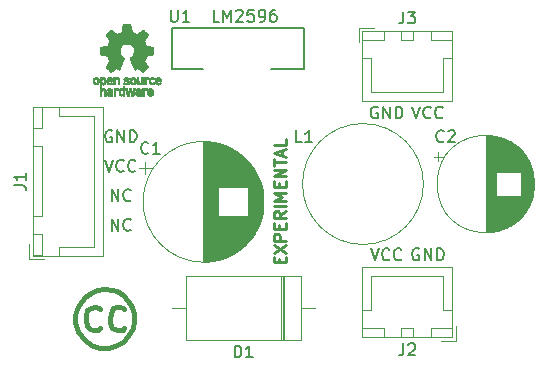
<source format=gbr>
G04 #@! TF.GenerationSoftware,KiCad,Pcbnew,(5.1.4)-1*
G04 #@! TF.CreationDate,2020-01-23T11:58:50+02:00*
G04 #@! TF.ProjectId,power_supply,706f7765-725f-4737-9570-706c792e6b69,rev?*
G04 #@! TF.SameCoordinates,Original*
G04 #@! TF.FileFunction,Legend,Top*
G04 #@! TF.FilePolarity,Positive*
%FSLAX46Y46*%
G04 Gerber Fmt 4.6, Leading zero omitted, Abs format (unit mm)*
G04 Created by KiCad (PCBNEW (5.1.4)-1) date 2020-01-23 11:58:50*
%MOMM*%
%LPD*%
G04 APERTURE LIST*
%ADD10C,0.250000*%
%ADD11C,0.150000*%
%ADD12C,0.381000*%
%ADD13C,0.010000*%
%ADD14C,0.120000*%
G04 APERTURE END LIST*
D10*
X181428571Y-133642857D02*
X181428571Y-133309523D01*
X181952380Y-133166666D02*
X181952380Y-133642857D01*
X180952380Y-133642857D01*
X180952380Y-133166666D01*
X180952380Y-132833333D02*
X181952380Y-132166666D01*
X180952380Y-132166666D02*
X181952380Y-132833333D01*
X181952380Y-131785714D02*
X180952380Y-131785714D01*
X180952380Y-131404761D01*
X181000000Y-131309523D01*
X181047619Y-131261904D01*
X181142857Y-131214285D01*
X181285714Y-131214285D01*
X181380952Y-131261904D01*
X181428571Y-131309523D01*
X181476190Y-131404761D01*
X181476190Y-131785714D01*
X181428571Y-130785714D02*
X181428571Y-130452380D01*
X181952380Y-130309523D02*
X181952380Y-130785714D01*
X180952380Y-130785714D01*
X180952380Y-130309523D01*
X181952380Y-129309523D02*
X181476190Y-129642857D01*
X181952380Y-129880952D02*
X180952380Y-129880952D01*
X180952380Y-129500000D01*
X181000000Y-129404761D01*
X181047619Y-129357142D01*
X181142857Y-129309523D01*
X181285714Y-129309523D01*
X181380952Y-129357142D01*
X181428571Y-129404761D01*
X181476190Y-129500000D01*
X181476190Y-129880952D01*
X181952380Y-128880952D02*
X180952380Y-128880952D01*
X181952380Y-128404761D02*
X180952380Y-128404761D01*
X181666666Y-128071428D01*
X180952380Y-127738095D01*
X181952380Y-127738095D01*
X181428571Y-127261904D02*
X181428571Y-126928571D01*
X181952380Y-126785714D02*
X181952380Y-127261904D01*
X180952380Y-127261904D01*
X180952380Y-126785714D01*
X181952380Y-126357142D02*
X180952380Y-126357142D01*
X181952380Y-125785714D01*
X180952380Y-125785714D01*
X180952380Y-125452380D02*
X180952380Y-124880952D01*
X181952380Y-125166666D02*
X180952380Y-125166666D01*
X181666666Y-124595238D02*
X181666666Y-124119047D01*
X181952380Y-124690476D02*
X180952380Y-124357142D01*
X181952380Y-124023809D01*
X181952380Y-123214285D02*
X181952380Y-123690476D01*
X180952380Y-123690476D01*
D11*
X167214285Y-130952380D02*
X167214285Y-129952380D01*
X167785714Y-130952380D01*
X167785714Y-129952380D01*
X168833333Y-130857142D02*
X168785714Y-130904761D01*
X168642857Y-130952380D01*
X168547619Y-130952380D01*
X168404761Y-130904761D01*
X168309523Y-130809523D01*
X168261904Y-130714285D01*
X168214285Y-130523809D01*
X168214285Y-130380952D01*
X168261904Y-130190476D01*
X168309523Y-130095238D01*
X168404761Y-130000000D01*
X168547619Y-129952380D01*
X168642857Y-129952380D01*
X168785714Y-130000000D01*
X168833333Y-130047619D01*
X167214285Y-128452380D02*
X167214285Y-127452380D01*
X167785714Y-128452380D01*
X167785714Y-127452380D01*
X168833333Y-128357142D02*
X168785714Y-128404761D01*
X168642857Y-128452380D01*
X168547619Y-128452380D01*
X168404761Y-128404761D01*
X168309523Y-128309523D01*
X168261904Y-128214285D01*
X168214285Y-128023809D01*
X168214285Y-127880952D01*
X168261904Y-127690476D01*
X168309523Y-127595238D01*
X168404761Y-127500000D01*
X168547619Y-127452380D01*
X168642857Y-127452380D01*
X168785714Y-127500000D01*
X168833333Y-127547619D01*
X167238095Y-122500000D02*
X167142857Y-122452380D01*
X167000000Y-122452380D01*
X166857142Y-122500000D01*
X166761904Y-122595238D01*
X166714285Y-122690476D01*
X166666666Y-122880952D01*
X166666666Y-123023809D01*
X166714285Y-123214285D01*
X166761904Y-123309523D01*
X166857142Y-123404761D01*
X167000000Y-123452380D01*
X167095238Y-123452380D01*
X167238095Y-123404761D01*
X167285714Y-123357142D01*
X167285714Y-123023809D01*
X167095238Y-123023809D01*
X167714285Y-123452380D02*
X167714285Y-122452380D01*
X168285714Y-123452380D01*
X168285714Y-122452380D01*
X168761904Y-123452380D02*
X168761904Y-122452380D01*
X169000000Y-122452380D01*
X169142857Y-122500000D01*
X169238095Y-122595238D01*
X169285714Y-122690476D01*
X169333333Y-122880952D01*
X169333333Y-123023809D01*
X169285714Y-123214285D01*
X169238095Y-123309523D01*
X169142857Y-123404761D01*
X169000000Y-123452380D01*
X168761904Y-123452380D01*
X166666666Y-124952380D02*
X167000000Y-125952380D01*
X167333333Y-124952380D01*
X168238095Y-125857142D02*
X168190476Y-125904761D01*
X168047619Y-125952380D01*
X167952380Y-125952380D01*
X167809523Y-125904761D01*
X167714285Y-125809523D01*
X167666666Y-125714285D01*
X167619047Y-125523809D01*
X167619047Y-125380952D01*
X167666666Y-125190476D01*
X167714285Y-125095238D01*
X167809523Y-125000000D01*
X167952380Y-124952380D01*
X168047619Y-124952380D01*
X168190476Y-125000000D01*
X168238095Y-125047619D01*
X169238095Y-125857142D02*
X169190476Y-125904761D01*
X169047619Y-125952380D01*
X168952380Y-125952380D01*
X168809523Y-125904761D01*
X168714285Y-125809523D01*
X168666666Y-125714285D01*
X168619047Y-125523809D01*
X168619047Y-125380952D01*
X168666666Y-125190476D01*
X168714285Y-125095238D01*
X168809523Y-125000000D01*
X168952380Y-124952380D01*
X169047619Y-124952380D01*
X169190476Y-125000000D01*
X169238095Y-125047619D01*
X192666666Y-120452380D02*
X193000000Y-121452380D01*
X193333333Y-120452380D01*
X194238095Y-121357142D02*
X194190476Y-121404761D01*
X194047619Y-121452380D01*
X193952380Y-121452380D01*
X193809523Y-121404761D01*
X193714285Y-121309523D01*
X193666666Y-121214285D01*
X193619047Y-121023809D01*
X193619047Y-120880952D01*
X193666666Y-120690476D01*
X193714285Y-120595238D01*
X193809523Y-120500000D01*
X193952380Y-120452380D01*
X194047619Y-120452380D01*
X194190476Y-120500000D01*
X194238095Y-120547619D01*
X195238095Y-121357142D02*
X195190476Y-121404761D01*
X195047619Y-121452380D01*
X194952380Y-121452380D01*
X194809523Y-121404761D01*
X194714285Y-121309523D01*
X194666666Y-121214285D01*
X194619047Y-121023809D01*
X194619047Y-120880952D01*
X194666666Y-120690476D01*
X194714285Y-120595238D01*
X194809523Y-120500000D01*
X194952380Y-120452380D01*
X195047619Y-120452380D01*
X195190476Y-120500000D01*
X195238095Y-120547619D01*
X189738095Y-120500000D02*
X189642857Y-120452380D01*
X189500000Y-120452380D01*
X189357142Y-120500000D01*
X189261904Y-120595238D01*
X189214285Y-120690476D01*
X189166666Y-120880952D01*
X189166666Y-121023809D01*
X189214285Y-121214285D01*
X189261904Y-121309523D01*
X189357142Y-121404761D01*
X189500000Y-121452380D01*
X189595238Y-121452380D01*
X189738095Y-121404761D01*
X189785714Y-121357142D01*
X189785714Y-121023809D01*
X189595238Y-121023809D01*
X190214285Y-121452380D02*
X190214285Y-120452380D01*
X190785714Y-121452380D01*
X190785714Y-120452380D01*
X191261904Y-121452380D02*
X191261904Y-120452380D01*
X191500000Y-120452380D01*
X191642857Y-120500000D01*
X191738095Y-120595238D01*
X191785714Y-120690476D01*
X191833333Y-120880952D01*
X191833333Y-121023809D01*
X191785714Y-121214285D01*
X191738095Y-121309523D01*
X191642857Y-121404761D01*
X191500000Y-121452380D01*
X191261904Y-121452380D01*
X193238095Y-132500000D02*
X193142857Y-132452380D01*
X193000000Y-132452380D01*
X192857142Y-132500000D01*
X192761904Y-132595238D01*
X192714285Y-132690476D01*
X192666666Y-132880952D01*
X192666666Y-133023809D01*
X192714285Y-133214285D01*
X192761904Y-133309523D01*
X192857142Y-133404761D01*
X193000000Y-133452380D01*
X193095238Y-133452380D01*
X193238095Y-133404761D01*
X193285714Y-133357142D01*
X193285714Y-133023809D01*
X193095238Y-133023809D01*
X193714285Y-133452380D02*
X193714285Y-132452380D01*
X194285714Y-133452380D01*
X194285714Y-132452380D01*
X194761904Y-133452380D02*
X194761904Y-132452380D01*
X195000000Y-132452380D01*
X195142857Y-132500000D01*
X195238095Y-132595238D01*
X195285714Y-132690476D01*
X195333333Y-132880952D01*
X195333333Y-133023809D01*
X195285714Y-133214285D01*
X195238095Y-133309523D01*
X195142857Y-133404761D01*
X195000000Y-133452380D01*
X194761904Y-133452380D01*
X189166666Y-132452380D02*
X189500000Y-133452380D01*
X189833333Y-132452380D01*
X190738095Y-133357142D02*
X190690476Y-133404761D01*
X190547619Y-133452380D01*
X190452380Y-133452380D01*
X190309523Y-133404761D01*
X190214285Y-133309523D01*
X190166666Y-133214285D01*
X190119047Y-133023809D01*
X190119047Y-132880952D01*
X190166666Y-132690476D01*
X190214285Y-132595238D01*
X190309523Y-132500000D01*
X190452380Y-132452380D01*
X190547619Y-132452380D01*
X190690476Y-132500000D01*
X190738095Y-132547619D01*
X191738095Y-133357142D02*
X191690476Y-133404761D01*
X191547619Y-133452380D01*
X191452380Y-133452380D01*
X191309523Y-133404761D01*
X191214285Y-133309523D01*
X191166666Y-133214285D01*
X191119047Y-133023809D01*
X191119047Y-132880952D01*
X191166666Y-132690476D01*
X191214285Y-132595238D01*
X191309523Y-132500000D01*
X191452380Y-132452380D01*
X191547619Y-132452380D01*
X191690476Y-132500000D01*
X191738095Y-132547619D01*
D12*
X168250200Y-137599900D02*
X168151140Y-137500840D01*
X168151140Y-137500840D02*
X167950480Y-137399240D01*
X167950480Y-137399240D02*
X167650760Y-137399240D01*
X167650760Y-137399240D02*
X167351040Y-137500840D01*
X167351040Y-137500840D02*
X167150380Y-137899620D01*
X167150380Y-137899620D02*
X167048780Y-138400000D01*
X167048780Y-138400000D02*
X167048780Y-138798780D01*
X167048780Y-138798780D02*
X167249440Y-139200100D01*
X167249440Y-139200100D02*
X167650760Y-139400760D01*
X167650760Y-139400760D02*
X167848880Y-139400760D01*
X167848880Y-139400760D02*
X168151140Y-139400760D01*
X168151140Y-139400760D02*
X168250200Y-139200100D01*
X166251220Y-137599900D02*
X166149620Y-137500840D01*
X166149620Y-137500840D02*
X165849900Y-137399240D01*
X165849900Y-137399240D02*
X165451120Y-137500840D01*
X165451120Y-137500840D02*
X165148860Y-137698960D01*
X165148860Y-137698960D02*
X165049800Y-138100280D01*
X165049800Y-138100280D02*
X165049800Y-138499060D01*
X165049800Y-138499060D02*
X165148860Y-138999440D01*
X165148860Y-138999440D02*
X165349520Y-139299160D01*
X165349520Y-139299160D02*
X165649240Y-139400760D01*
X165649240Y-139400760D02*
X166050560Y-139400760D01*
X166050560Y-139400760D02*
X166251220Y-139200100D01*
X166650000Y-135900640D02*
X166550940Y-135900640D01*
X166550940Y-135900640D02*
X165948960Y-135999700D01*
X165948960Y-135999700D02*
X165451120Y-136200360D01*
X165451120Y-136200360D02*
X164950740Y-136599140D01*
X164950740Y-136599140D02*
X164450360Y-137201120D01*
X164450360Y-137201120D02*
X164249700Y-137599900D01*
X164249700Y-137599900D02*
X164150640Y-138100280D01*
X164150640Y-138100280D02*
X164150640Y-138699720D01*
X164150640Y-138699720D02*
X164348760Y-139499820D01*
X164348760Y-139499820D02*
X164950740Y-140200860D01*
X164950740Y-140200860D02*
X165451120Y-140599640D01*
X165451120Y-140599640D02*
X166149620Y-140899360D01*
X166149620Y-140899360D02*
X166949720Y-140899360D01*
X166949720Y-140899360D02*
X167549160Y-140701240D01*
X167549160Y-140701240D02*
X168151140Y-140398980D01*
X168151140Y-140398980D02*
X168648980Y-139901140D01*
X168648980Y-139901140D02*
X169050300Y-139200100D01*
X169050300Y-139200100D02*
X169149360Y-138600660D01*
X169149360Y-138600660D02*
X169149360Y-138001220D01*
X169149360Y-138001220D02*
X168951240Y-137399240D01*
X168951240Y-137399240D02*
X168648980Y-136898860D01*
X168648980Y-136898860D02*
X168151140Y-136401020D01*
X168151140Y-136401020D02*
X167650760Y-136098760D01*
X167650760Y-136098760D02*
X167249440Y-135999700D01*
X167249440Y-135999700D02*
X166650000Y-135900640D01*
D13*
G36*
X168876964Y-113790018D02*
G01*
X168933812Y-114091570D01*
X169353338Y-114264512D01*
X169604984Y-114093395D01*
X169675458Y-114045750D01*
X169739163Y-114003210D01*
X169793126Y-113967715D01*
X169834373Y-113941210D01*
X169859934Y-113925636D01*
X169866895Y-113922278D01*
X169879435Y-113930914D01*
X169906231Y-113954792D01*
X169944280Y-113990859D01*
X169990579Y-114036067D01*
X170042123Y-114087364D01*
X170095909Y-114141701D01*
X170148935Y-114196028D01*
X170198195Y-114247295D01*
X170240687Y-114292451D01*
X170273407Y-114328446D01*
X170293351Y-114352230D01*
X170298119Y-114360190D01*
X170291257Y-114374865D01*
X170272020Y-114407014D01*
X170242430Y-114453492D01*
X170204510Y-114511156D01*
X170160282Y-114576860D01*
X170134654Y-114614336D01*
X170087941Y-114682768D01*
X170046432Y-114744520D01*
X170012140Y-114796519D01*
X169987080Y-114835692D01*
X169973264Y-114858965D01*
X169971188Y-114863855D01*
X169975895Y-114877755D01*
X169988723Y-114910150D01*
X170007738Y-114956485D01*
X170031003Y-115012206D01*
X170056584Y-115072758D01*
X170082545Y-115133586D01*
X170106950Y-115190136D01*
X170127863Y-115237852D01*
X170143349Y-115272181D01*
X170151472Y-115288568D01*
X170151952Y-115289212D01*
X170164707Y-115292341D01*
X170198677Y-115299321D01*
X170250340Y-115309467D01*
X170316176Y-115322092D01*
X170392664Y-115336509D01*
X170437290Y-115344823D01*
X170519021Y-115360384D01*
X170592843Y-115375192D01*
X170655021Y-115388436D01*
X170701822Y-115399305D01*
X170729509Y-115406989D01*
X170735074Y-115409427D01*
X170740526Y-115425930D01*
X170744924Y-115463200D01*
X170748272Y-115516880D01*
X170750574Y-115582612D01*
X170751832Y-115656037D01*
X170752048Y-115732796D01*
X170751227Y-115808532D01*
X170749371Y-115878886D01*
X170746482Y-115939500D01*
X170742565Y-115986016D01*
X170737622Y-116014075D01*
X170734657Y-116019916D01*
X170716934Y-116026917D01*
X170679381Y-116036927D01*
X170626964Y-116048769D01*
X170564652Y-116061267D01*
X170542900Y-116065310D01*
X170438024Y-116084520D01*
X170355180Y-116099991D01*
X170291630Y-116112337D01*
X170244637Y-116122173D01*
X170211463Y-116130114D01*
X170189371Y-116136776D01*
X170175624Y-116142773D01*
X170167484Y-116148719D01*
X170166345Y-116149894D01*
X170154977Y-116168826D01*
X170137635Y-116205669D01*
X170116050Y-116255913D01*
X170091954Y-116315046D01*
X170067079Y-116378556D01*
X170043157Y-116441932D01*
X170021919Y-116500662D01*
X170005097Y-116550235D01*
X169994422Y-116586139D01*
X169991627Y-116603862D01*
X169991860Y-116604483D01*
X170001331Y-116618970D01*
X170022818Y-116650844D01*
X170054063Y-116696789D01*
X170092807Y-116753485D01*
X170136793Y-116817617D01*
X170149319Y-116835842D01*
X170193984Y-116901914D01*
X170233288Y-116962200D01*
X170265088Y-117013235D01*
X170287245Y-117051560D01*
X170297617Y-117073711D01*
X170298119Y-117076432D01*
X170289405Y-117090736D01*
X170265325Y-117119072D01*
X170228976Y-117158396D01*
X170183453Y-117205661D01*
X170131852Y-117257823D01*
X170077267Y-117311835D01*
X170022794Y-117364653D01*
X169971529Y-117413231D01*
X169926567Y-117454523D01*
X169891004Y-117485485D01*
X169867935Y-117503070D01*
X169861554Y-117505941D01*
X169846699Y-117499178D01*
X169816286Y-117480939D01*
X169775268Y-117454297D01*
X169743709Y-117432852D01*
X169686525Y-117393503D01*
X169618806Y-117347171D01*
X169550880Y-117300913D01*
X169514361Y-117276155D01*
X169390752Y-117192547D01*
X169286991Y-117248650D01*
X169239720Y-117273228D01*
X169199523Y-117292331D01*
X169172326Y-117303227D01*
X169165402Y-117304743D01*
X169157077Y-117293549D01*
X169140654Y-117261917D01*
X169117357Y-117212765D01*
X169088414Y-117149010D01*
X169055050Y-117073571D01*
X169018491Y-116989364D01*
X168979964Y-116899308D01*
X168940694Y-116806321D01*
X168901908Y-116713320D01*
X168864830Y-116623223D01*
X168830689Y-116538948D01*
X168800708Y-116463413D01*
X168776116Y-116399534D01*
X168758136Y-116350231D01*
X168747997Y-116318421D01*
X168746366Y-116307496D01*
X168759291Y-116293561D01*
X168787589Y-116270940D01*
X168825346Y-116244333D01*
X168828515Y-116242228D01*
X168926100Y-116164114D01*
X169004786Y-116072982D01*
X169063891Y-115971745D01*
X169102732Y-115863318D01*
X169120628Y-115750614D01*
X169116897Y-115636548D01*
X169090857Y-115524034D01*
X169041825Y-115415985D01*
X169027400Y-115392345D01*
X168952369Y-115296887D01*
X168863730Y-115220232D01*
X168764549Y-115162780D01*
X168657895Y-115124929D01*
X168546836Y-115107078D01*
X168434439Y-115109625D01*
X168323773Y-115132970D01*
X168217906Y-115177510D01*
X168119905Y-115243645D01*
X168089590Y-115270487D01*
X168012438Y-115354512D01*
X167956218Y-115442966D01*
X167917653Y-115542115D01*
X167896174Y-115640303D01*
X167890872Y-115750697D01*
X167908552Y-115861640D01*
X167947419Y-115969381D01*
X168005677Y-116070169D01*
X168081531Y-116160256D01*
X168173183Y-116235892D01*
X168185228Y-116243864D01*
X168223389Y-116269974D01*
X168252399Y-116292595D01*
X168266268Y-116307039D01*
X168266469Y-116307496D01*
X168263492Y-116323121D01*
X168251689Y-116358582D01*
X168232286Y-116410962D01*
X168206512Y-116477345D01*
X168175591Y-116554814D01*
X168140751Y-116640450D01*
X168103217Y-116731337D01*
X168064217Y-116824559D01*
X168024977Y-116917197D01*
X167986724Y-117006335D01*
X167950683Y-117089055D01*
X167918083Y-117162441D01*
X167890148Y-117223575D01*
X167868105Y-117269541D01*
X167853182Y-117297421D01*
X167847172Y-117304743D01*
X167828809Y-117299041D01*
X167794448Y-117283749D01*
X167750016Y-117261599D01*
X167725583Y-117248650D01*
X167621822Y-117192547D01*
X167498213Y-117276155D01*
X167435114Y-117318987D01*
X167366030Y-117366122D01*
X167301293Y-117410503D01*
X167268866Y-117432852D01*
X167223259Y-117463477D01*
X167184640Y-117487747D01*
X167158048Y-117502587D01*
X167149410Y-117505724D01*
X167136839Y-117497261D01*
X167109016Y-117473636D01*
X167068639Y-117437302D01*
X167018405Y-117390711D01*
X166961012Y-117336317D01*
X166924714Y-117301392D01*
X166861210Y-117238996D01*
X166806327Y-117183188D01*
X166762286Y-117136354D01*
X166731305Y-117100882D01*
X166715602Y-117079161D01*
X166714095Y-117074752D01*
X166721086Y-117057985D01*
X166740406Y-117024082D01*
X166769909Y-116976476D01*
X166807455Y-116918599D01*
X166850900Y-116853884D01*
X166863255Y-116835842D01*
X166908273Y-116770267D01*
X166948660Y-116711228D01*
X166982160Y-116662042D01*
X167006514Y-116626028D01*
X167019464Y-116606502D01*
X167020715Y-116604483D01*
X167018844Y-116588922D01*
X167008913Y-116554709D01*
X166992653Y-116506355D01*
X166971795Y-116448371D01*
X166948073Y-116385270D01*
X166923216Y-116321563D01*
X166898958Y-116261761D01*
X166877029Y-116210376D01*
X166859162Y-116171919D01*
X166847087Y-116150902D01*
X166846229Y-116149894D01*
X166838846Y-116143888D01*
X166826375Y-116137948D01*
X166806080Y-116131460D01*
X166775222Y-116123809D01*
X166731066Y-116114380D01*
X166670874Y-116102559D01*
X166591907Y-116087729D01*
X166491430Y-116069277D01*
X166469675Y-116065310D01*
X166405198Y-116052853D01*
X166348989Y-116040666D01*
X166306013Y-116029926D01*
X166281240Y-116021809D01*
X166277918Y-116019916D01*
X166272444Y-116003138D01*
X166267994Y-115965645D01*
X166264572Y-115911794D01*
X166262181Y-115845944D01*
X166260823Y-115772453D01*
X166260501Y-115695680D01*
X166261219Y-115619983D01*
X166262979Y-115549720D01*
X166265784Y-115489250D01*
X166269638Y-115442930D01*
X166274543Y-115415119D01*
X166277500Y-115409427D01*
X166293963Y-115403686D01*
X166331449Y-115394345D01*
X166386225Y-115382215D01*
X166454555Y-115368107D01*
X166532706Y-115352830D01*
X166575284Y-115344823D01*
X166656071Y-115329721D01*
X166728113Y-115316040D01*
X166787889Y-115304467D01*
X166831879Y-115295687D01*
X166856561Y-115290387D01*
X166860623Y-115289212D01*
X166867489Y-115275965D01*
X166882002Y-115244057D01*
X166902229Y-115198047D01*
X166926234Y-115142492D01*
X166952082Y-115081953D01*
X166977840Y-115020986D01*
X167001573Y-114964151D01*
X167021346Y-114916006D01*
X167035224Y-114881110D01*
X167041274Y-114864021D01*
X167041386Y-114863274D01*
X167034528Y-114849793D01*
X167015302Y-114818770D01*
X166985728Y-114773289D01*
X166947827Y-114716432D01*
X166903620Y-114651283D01*
X166877921Y-114613862D01*
X166831093Y-114545247D01*
X166789501Y-114482952D01*
X166755175Y-114430129D01*
X166730143Y-114389927D01*
X166716435Y-114365500D01*
X166714456Y-114360024D01*
X166722966Y-114347278D01*
X166746493Y-114320063D01*
X166782032Y-114281428D01*
X166826577Y-114234423D01*
X166877123Y-114182095D01*
X166930664Y-114127495D01*
X166984195Y-114073670D01*
X167034711Y-114023670D01*
X167079206Y-113980543D01*
X167114675Y-113947339D01*
X167138113Y-113927106D01*
X167145954Y-113922278D01*
X167158720Y-113929067D01*
X167189256Y-113948142D01*
X167234590Y-113977561D01*
X167291756Y-114015381D01*
X167357784Y-114059661D01*
X167407590Y-114093395D01*
X167659236Y-114264512D01*
X167868999Y-114178041D01*
X168078763Y-114091570D01*
X168135611Y-113790018D01*
X168192460Y-113488466D01*
X168820115Y-113488466D01*
X168876964Y-113790018D01*
X168876964Y-113790018D01*
G37*
X168876964Y-113790018D02*
X168933812Y-114091570D01*
X169353338Y-114264512D01*
X169604984Y-114093395D01*
X169675458Y-114045750D01*
X169739163Y-114003210D01*
X169793126Y-113967715D01*
X169834373Y-113941210D01*
X169859934Y-113925636D01*
X169866895Y-113922278D01*
X169879435Y-113930914D01*
X169906231Y-113954792D01*
X169944280Y-113990859D01*
X169990579Y-114036067D01*
X170042123Y-114087364D01*
X170095909Y-114141701D01*
X170148935Y-114196028D01*
X170198195Y-114247295D01*
X170240687Y-114292451D01*
X170273407Y-114328446D01*
X170293351Y-114352230D01*
X170298119Y-114360190D01*
X170291257Y-114374865D01*
X170272020Y-114407014D01*
X170242430Y-114453492D01*
X170204510Y-114511156D01*
X170160282Y-114576860D01*
X170134654Y-114614336D01*
X170087941Y-114682768D01*
X170046432Y-114744520D01*
X170012140Y-114796519D01*
X169987080Y-114835692D01*
X169973264Y-114858965D01*
X169971188Y-114863855D01*
X169975895Y-114877755D01*
X169988723Y-114910150D01*
X170007738Y-114956485D01*
X170031003Y-115012206D01*
X170056584Y-115072758D01*
X170082545Y-115133586D01*
X170106950Y-115190136D01*
X170127863Y-115237852D01*
X170143349Y-115272181D01*
X170151472Y-115288568D01*
X170151952Y-115289212D01*
X170164707Y-115292341D01*
X170198677Y-115299321D01*
X170250340Y-115309467D01*
X170316176Y-115322092D01*
X170392664Y-115336509D01*
X170437290Y-115344823D01*
X170519021Y-115360384D01*
X170592843Y-115375192D01*
X170655021Y-115388436D01*
X170701822Y-115399305D01*
X170729509Y-115406989D01*
X170735074Y-115409427D01*
X170740526Y-115425930D01*
X170744924Y-115463200D01*
X170748272Y-115516880D01*
X170750574Y-115582612D01*
X170751832Y-115656037D01*
X170752048Y-115732796D01*
X170751227Y-115808532D01*
X170749371Y-115878886D01*
X170746482Y-115939500D01*
X170742565Y-115986016D01*
X170737622Y-116014075D01*
X170734657Y-116019916D01*
X170716934Y-116026917D01*
X170679381Y-116036927D01*
X170626964Y-116048769D01*
X170564652Y-116061267D01*
X170542900Y-116065310D01*
X170438024Y-116084520D01*
X170355180Y-116099991D01*
X170291630Y-116112337D01*
X170244637Y-116122173D01*
X170211463Y-116130114D01*
X170189371Y-116136776D01*
X170175624Y-116142773D01*
X170167484Y-116148719D01*
X170166345Y-116149894D01*
X170154977Y-116168826D01*
X170137635Y-116205669D01*
X170116050Y-116255913D01*
X170091954Y-116315046D01*
X170067079Y-116378556D01*
X170043157Y-116441932D01*
X170021919Y-116500662D01*
X170005097Y-116550235D01*
X169994422Y-116586139D01*
X169991627Y-116603862D01*
X169991860Y-116604483D01*
X170001331Y-116618970D01*
X170022818Y-116650844D01*
X170054063Y-116696789D01*
X170092807Y-116753485D01*
X170136793Y-116817617D01*
X170149319Y-116835842D01*
X170193984Y-116901914D01*
X170233288Y-116962200D01*
X170265088Y-117013235D01*
X170287245Y-117051560D01*
X170297617Y-117073711D01*
X170298119Y-117076432D01*
X170289405Y-117090736D01*
X170265325Y-117119072D01*
X170228976Y-117158396D01*
X170183453Y-117205661D01*
X170131852Y-117257823D01*
X170077267Y-117311835D01*
X170022794Y-117364653D01*
X169971529Y-117413231D01*
X169926567Y-117454523D01*
X169891004Y-117485485D01*
X169867935Y-117503070D01*
X169861554Y-117505941D01*
X169846699Y-117499178D01*
X169816286Y-117480939D01*
X169775268Y-117454297D01*
X169743709Y-117432852D01*
X169686525Y-117393503D01*
X169618806Y-117347171D01*
X169550880Y-117300913D01*
X169514361Y-117276155D01*
X169390752Y-117192547D01*
X169286991Y-117248650D01*
X169239720Y-117273228D01*
X169199523Y-117292331D01*
X169172326Y-117303227D01*
X169165402Y-117304743D01*
X169157077Y-117293549D01*
X169140654Y-117261917D01*
X169117357Y-117212765D01*
X169088414Y-117149010D01*
X169055050Y-117073571D01*
X169018491Y-116989364D01*
X168979964Y-116899308D01*
X168940694Y-116806321D01*
X168901908Y-116713320D01*
X168864830Y-116623223D01*
X168830689Y-116538948D01*
X168800708Y-116463413D01*
X168776116Y-116399534D01*
X168758136Y-116350231D01*
X168747997Y-116318421D01*
X168746366Y-116307496D01*
X168759291Y-116293561D01*
X168787589Y-116270940D01*
X168825346Y-116244333D01*
X168828515Y-116242228D01*
X168926100Y-116164114D01*
X169004786Y-116072982D01*
X169063891Y-115971745D01*
X169102732Y-115863318D01*
X169120628Y-115750614D01*
X169116897Y-115636548D01*
X169090857Y-115524034D01*
X169041825Y-115415985D01*
X169027400Y-115392345D01*
X168952369Y-115296887D01*
X168863730Y-115220232D01*
X168764549Y-115162780D01*
X168657895Y-115124929D01*
X168546836Y-115107078D01*
X168434439Y-115109625D01*
X168323773Y-115132970D01*
X168217906Y-115177510D01*
X168119905Y-115243645D01*
X168089590Y-115270487D01*
X168012438Y-115354512D01*
X167956218Y-115442966D01*
X167917653Y-115542115D01*
X167896174Y-115640303D01*
X167890872Y-115750697D01*
X167908552Y-115861640D01*
X167947419Y-115969381D01*
X168005677Y-116070169D01*
X168081531Y-116160256D01*
X168173183Y-116235892D01*
X168185228Y-116243864D01*
X168223389Y-116269974D01*
X168252399Y-116292595D01*
X168266268Y-116307039D01*
X168266469Y-116307496D01*
X168263492Y-116323121D01*
X168251689Y-116358582D01*
X168232286Y-116410962D01*
X168206512Y-116477345D01*
X168175591Y-116554814D01*
X168140751Y-116640450D01*
X168103217Y-116731337D01*
X168064217Y-116824559D01*
X168024977Y-116917197D01*
X167986724Y-117006335D01*
X167950683Y-117089055D01*
X167918083Y-117162441D01*
X167890148Y-117223575D01*
X167868105Y-117269541D01*
X167853182Y-117297421D01*
X167847172Y-117304743D01*
X167828809Y-117299041D01*
X167794448Y-117283749D01*
X167750016Y-117261599D01*
X167725583Y-117248650D01*
X167621822Y-117192547D01*
X167498213Y-117276155D01*
X167435114Y-117318987D01*
X167366030Y-117366122D01*
X167301293Y-117410503D01*
X167268866Y-117432852D01*
X167223259Y-117463477D01*
X167184640Y-117487747D01*
X167158048Y-117502587D01*
X167149410Y-117505724D01*
X167136839Y-117497261D01*
X167109016Y-117473636D01*
X167068639Y-117437302D01*
X167018405Y-117390711D01*
X166961012Y-117336317D01*
X166924714Y-117301392D01*
X166861210Y-117238996D01*
X166806327Y-117183188D01*
X166762286Y-117136354D01*
X166731305Y-117100882D01*
X166715602Y-117079161D01*
X166714095Y-117074752D01*
X166721086Y-117057985D01*
X166740406Y-117024082D01*
X166769909Y-116976476D01*
X166807455Y-116918599D01*
X166850900Y-116853884D01*
X166863255Y-116835842D01*
X166908273Y-116770267D01*
X166948660Y-116711228D01*
X166982160Y-116662042D01*
X167006514Y-116626028D01*
X167019464Y-116606502D01*
X167020715Y-116604483D01*
X167018844Y-116588922D01*
X167008913Y-116554709D01*
X166992653Y-116506355D01*
X166971795Y-116448371D01*
X166948073Y-116385270D01*
X166923216Y-116321563D01*
X166898958Y-116261761D01*
X166877029Y-116210376D01*
X166859162Y-116171919D01*
X166847087Y-116150902D01*
X166846229Y-116149894D01*
X166838846Y-116143888D01*
X166826375Y-116137948D01*
X166806080Y-116131460D01*
X166775222Y-116123809D01*
X166731066Y-116114380D01*
X166670874Y-116102559D01*
X166591907Y-116087729D01*
X166491430Y-116069277D01*
X166469675Y-116065310D01*
X166405198Y-116052853D01*
X166348989Y-116040666D01*
X166306013Y-116029926D01*
X166281240Y-116021809D01*
X166277918Y-116019916D01*
X166272444Y-116003138D01*
X166267994Y-115965645D01*
X166264572Y-115911794D01*
X166262181Y-115845944D01*
X166260823Y-115772453D01*
X166260501Y-115695680D01*
X166261219Y-115619983D01*
X166262979Y-115549720D01*
X166265784Y-115489250D01*
X166269638Y-115442930D01*
X166274543Y-115415119D01*
X166277500Y-115409427D01*
X166293963Y-115403686D01*
X166331449Y-115394345D01*
X166386225Y-115382215D01*
X166454555Y-115368107D01*
X166532706Y-115352830D01*
X166575284Y-115344823D01*
X166656071Y-115329721D01*
X166728113Y-115316040D01*
X166787889Y-115304467D01*
X166831879Y-115295687D01*
X166856561Y-115290387D01*
X166860623Y-115289212D01*
X166867489Y-115275965D01*
X166882002Y-115244057D01*
X166902229Y-115198047D01*
X166926234Y-115142492D01*
X166952082Y-115081953D01*
X166977840Y-115020986D01*
X167001573Y-114964151D01*
X167021346Y-114916006D01*
X167035224Y-114881110D01*
X167041274Y-114864021D01*
X167041386Y-114863274D01*
X167034528Y-114849793D01*
X167015302Y-114818770D01*
X166985728Y-114773289D01*
X166947827Y-114716432D01*
X166903620Y-114651283D01*
X166877921Y-114613862D01*
X166831093Y-114545247D01*
X166789501Y-114482952D01*
X166755175Y-114430129D01*
X166730143Y-114389927D01*
X166716435Y-114365500D01*
X166714456Y-114360024D01*
X166722966Y-114347278D01*
X166746493Y-114320063D01*
X166782032Y-114281428D01*
X166826577Y-114234423D01*
X166877123Y-114182095D01*
X166930664Y-114127495D01*
X166984195Y-114073670D01*
X167034711Y-114023670D01*
X167079206Y-113980543D01*
X167114675Y-113947339D01*
X167138113Y-113927106D01*
X167145954Y-113922278D01*
X167158720Y-113929067D01*
X167189256Y-113948142D01*
X167234590Y-113977561D01*
X167291756Y-114015381D01*
X167357784Y-114059661D01*
X167407590Y-114093395D01*
X167659236Y-114264512D01*
X167868999Y-114178041D01*
X168078763Y-114091570D01*
X168135611Y-113790018D01*
X168192460Y-113488466D01*
X168820115Y-113488466D01*
X168876964Y-113790018D01*
G36*
X170299460Y-117958030D02*
G01*
X170342711Y-117971245D01*
X170370558Y-117987941D01*
X170379629Y-118001145D01*
X170377132Y-118016797D01*
X170360931Y-118041385D01*
X170347232Y-118058800D01*
X170318992Y-118090283D01*
X170297775Y-118103529D01*
X170279688Y-118102664D01*
X170226035Y-118089010D01*
X170186630Y-118089630D01*
X170154632Y-118105104D01*
X170143890Y-118114161D01*
X170109505Y-118146027D01*
X170109505Y-118562179D01*
X169971188Y-118562179D01*
X169971188Y-117958614D01*
X170040347Y-117958614D01*
X170081869Y-117960256D01*
X170103291Y-117966087D01*
X170109502Y-117977461D01*
X170109505Y-117977798D01*
X170112439Y-117989713D01*
X170125704Y-117988159D01*
X170144084Y-117979563D01*
X170182046Y-117963568D01*
X170212872Y-117953945D01*
X170252536Y-117951478D01*
X170299460Y-117958030D01*
X170299460Y-117958030D01*
G37*
X170299460Y-117958030D02*
X170342711Y-117971245D01*
X170370558Y-117987941D01*
X170379629Y-118001145D01*
X170377132Y-118016797D01*
X170360931Y-118041385D01*
X170347232Y-118058800D01*
X170318992Y-118090283D01*
X170297775Y-118103529D01*
X170279688Y-118102664D01*
X170226035Y-118089010D01*
X170186630Y-118089630D01*
X170154632Y-118105104D01*
X170143890Y-118114161D01*
X170109505Y-118146027D01*
X170109505Y-118562179D01*
X169971188Y-118562179D01*
X169971188Y-117958614D01*
X170040347Y-117958614D01*
X170081869Y-117960256D01*
X170103291Y-117966087D01*
X170109502Y-117977461D01*
X170109505Y-117977798D01*
X170112439Y-117989713D01*
X170125704Y-117988159D01*
X170144084Y-117979563D01*
X170182046Y-117963568D01*
X170212872Y-117953945D01*
X170252536Y-117951478D01*
X170299460Y-117958030D01*
G36*
X167745988Y-117969002D02*
G01*
X167777283Y-117983950D01*
X167807591Y-118005541D01*
X167830682Y-118030391D01*
X167847500Y-118062087D01*
X167858994Y-118104214D01*
X167866109Y-118160358D01*
X167869793Y-118234106D01*
X167870992Y-118329044D01*
X167871011Y-118338985D01*
X167871287Y-118562179D01*
X167732970Y-118562179D01*
X167732970Y-118356418D01*
X167732872Y-118280189D01*
X167732191Y-118224939D01*
X167730349Y-118186501D01*
X167726767Y-118160706D01*
X167720868Y-118143384D01*
X167712073Y-118130368D01*
X167699820Y-118117507D01*
X167656953Y-118089873D01*
X167610157Y-118084745D01*
X167565576Y-118102217D01*
X167550072Y-118115221D01*
X167538690Y-118127447D01*
X167530519Y-118140540D01*
X167525026Y-118158615D01*
X167521680Y-118185787D01*
X167519949Y-118226170D01*
X167519303Y-118283879D01*
X167519208Y-118354132D01*
X167519208Y-118562179D01*
X167380891Y-118562179D01*
X167380891Y-117958614D01*
X167450050Y-117958614D01*
X167491572Y-117960256D01*
X167512994Y-117966087D01*
X167519205Y-117977461D01*
X167519208Y-117977798D01*
X167522090Y-117988938D01*
X167534801Y-117987674D01*
X167560074Y-117975434D01*
X167617395Y-117957424D01*
X167682963Y-117955421D01*
X167745988Y-117969002D01*
X167745988Y-117969002D01*
G37*
X167745988Y-117969002D02*
X167777283Y-117983950D01*
X167807591Y-118005541D01*
X167830682Y-118030391D01*
X167847500Y-118062087D01*
X167858994Y-118104214D01*
X167866109Y-118160358D01*
X167869793Y-118234106D01*
X167870992Y-118329044D01*
X167871011Y-118338985D01*
X167871287Y-118562179D01*
X167732970Y-118562179D01*
X167732970Y-118356418D01*
X167732872Y-118280189D01*
X167732191Y-118224939D01*
X167730349Y-118186501D01*
X167726767Y-118160706D01*
X167720868Y-118143384D01*
X167712073Y-118130368D01*
X167699820Y-118117507D01*
X167656953Y-118089873D01*
X167610157Y-118084745D01*
X167565576Y-118102217D01*
X167550072Y-118115221D01*
X167538690Y-118127447D01*
X167530519Y-118140540D01*
X167525026Y-118158615D01*
X167521680Y-118185787D01*
X167519949Y-118226170D01*
X167519303Y-118283879D01*
X167519208Y-118354132D01*
X167519208Y-118562179D01*
X167380891Y-118562179D01*
X167380891Y-117958614D01*
X167450050Y-117958614D01*
X167491572Y-117960256D01*
X167512994Y-117966087D01*
X167519205Y-117977461D01*
X167519208Y-117977798D01*
X167522090Y-117988938D01*
X167534801Y-117987674D01*
X167560074Y-117975434D01*
X167617395Y-117957424D01*
X167682963Y-117955421D01*
X167745988Y-117969002D01*
G36*
X171177898Y-117956457D02*
G01*
X171210096Y-117964279D01*
X171271825Y-117992921D01*
X171324610Y-118036667D01*
X171361141Y-118089117D01*
X171366160Y-118100893D01*
X171373045Y-118131740D01*
X171377864Y-118177371D01*
X171379505Y-118223492D01*
X171379505Y-118310693D01*
X171197178Y-118310693D01*
X171121979Y-118310978D01*
X171069003Y-118312704D01*
X171035325Y-118317181D01*
X171018020Y-118325720D01*
X171014163Y-118339630D01*
X171020829Y-118360222D01*
X171032770Y-118384315D01*
X171066080Y-118424525D01*
X171112368Y-118444558D01*
X171168944Y-118443905D01*
X171233031Y-118422101D01*
X171288417Y-118395193D01*
X171334375Y-118431532D01*
X171380333Y-118467872D01*
X171337096Y-118507819D01*
X171279374Y-118545563D01*
X171208386Y-118568320D01*
X171132029Y-118574688D01*
X171058199Y-118563268D01*
X171046287Y-118559393D01*
X170981399Y-118525506D01*
X170933130Y-118474986D01*
X170900465Y-118406325D01*
X170882385Y-118318014D01*
X170882175Y-118316121D01*
X170880556Y-118219878D01*
X170887100Y-118185542D01*
X171014852Y-118185542D01*
X171026584Y-118190822D01*
X171058438Y-118194867D01*
X171105397Y-118197176D01*
X171135154Y-118197525D01*
X171190648Y-118197306D01*
X171225346Y-118195916D01*
X171243601Y-118192251D01*
X171249766Y-118185210D01*
X171248195Y-118173690D01*
X171246878Y-118169233D01*
X171224382Y-118127355D01*
X171189003Y-118093604D01*
X171157780Y-118078773D01*
X171116301Y-118079668D01*
X171074269Y-118098164D01*
X171039012Y-118128786D01*
X171017854Y-118166062D01*
X171014852Y-118185542D01*
X170887100Y-118185542D01*
X170896690Y-118135229D01*
X170928698Y-118064191D01*
X170974701Y-118008779D01*
X171032821Y-117971009D01*
X171101180Y-117952896D01*
X171177898Y-117956457D01*
X171177898Y-117956457D01*
G37*
X171177898Y-117956457D02*
X171210096Y-117964279D01*
X171271825Y-117992921D01*
X171324610Y-118036667D01*
X171361141Y-118089117D01*
X171366160Y-118100893D01*
X171373045Y-118131740D01*
X171377864Y-118177371D01*
X171379505Y-118223492D01*
X171379505Y-118310693D01*
X171197178Y-118310693D01*
X171121979Y-118310978D01*
X171069003Y-118312704D01*
X171035325Y-118317181D01*
X171018020Y-118325720D01*
X171014163Y-118339630D01*
X171020829Y-118360222D01*
X171032770Y-118384315D01*
X171066080Y-118424525D01*
X171112368Y-118444558D01*
X171168944Y-118443905D01*
X171233031Y-118422101D01*
X171288417Y-118395193D01*
X171334375Y-118431532D01*
X171380333Y-118467872D01*
X171337096Y-118507819D01*
X171279374Y-118545563D01*
X171208386Y-118568320D01*
X171132029Y-118574688D01*
X171058199Y-118563268D01*
X171046287Y-118559393D01*
X170981399Y-118525506D01*
X170933130Y-118474986D01*
X170900465Y-118406325D01*
X170882385Y-118318014D01*
X170882175Y-118316121D01*
X170880556Y-118219878D01*
X170887100Y-118185542D01*
X171014852Y-118185542D01*
X171026584Y-118190822D01*
X171058438Y-118194867D01*
X171105397Y-118197176D01*
X171135154Y-118197525D01*
X171190648Y-118197306D01*
X171225346Y-118195916D01*
X171243601Y-118192251D01*
X171249766Y-118185210D01*
X171248195Y-118173690D01*
X171246878Y-118169233D01*
X171224382Y-118127355D01*
X171189003Y-118093604D01*
X171157780Y-118078773D01*
X171116301Y-118079668D01*
X171074269Y-118098164D01*
X171039012Y-118128786D01*
X171017854Y-118166062D01*
X171014852Y-118185542D01*
X170887100Y-118185542D01*
X170896690Y-118135229D01*
X170928698Y-118064191D01*
X170974701Y-118008779D01*
X171032821Y-117971009D01*
X171101180Y-117952896D01*
X171177898Y-117956457D01*
G36*
X170717226Y-117963880D02*
G01*
X170790080Y-117994830D01*
X170813027Y-118009895D01*
X170842354Y-118033048D01*
X170860764Y-118051253D01*
X170863961Y-118057183D01*
X170854935Y-118070340D01*
X170831837Y-118092667D01*
X170813344Y-118108250D01*
X170762728Y-118148926D01*
X170722760Y-118115295D01*
X170691874Y-118093584D01*
X170661759Y-118086090D01*
X170627292Y-118087920D01*
X170572561Y-118101528D01*
X170534886Y-118129772D01*
X170511991Y-118175433D01*
X170501597Y-118241289D01*
X170501595Y-118241331D01*
X170502494Y-118314939D01*
X170516463Y-118368946D01*
X170544328Y-118405716D01*
X170563325Y-118418168D01*
X170613776Y-118433673D01*
X170667663Y-118433683D01*
X170714546Y-118418638D01*
X170725644Y-118411287D01*
X170753476Y-118392511D01*
X170775236Y-118389434D01*
X170798704Y-118403409D01*
X170824649Y-118428510D01*
X170865716Y-118470880D01*
X170820121Y-118508464D01*
X170749674Y-118550882D01*
X170670233Y-118571785D01*
X170587215Y-118570272D01*
X170532694Y-118556411D01*
X170468970Y-118522135D01*
X170418005Y-118468212D01*
X170394851Y-118430149D01*
X170376099Y-118375536D01*
X170366715Y-118306369D01*
X170366643Y-118231407D01*
X170375824Y-118159409D01*
X170394199Y-118099137D01*
X170397093Y-118092958D01*
X170439952Y-118032351D01*
X170497979Y-117988224D01*
X170566591Y-117961493D01*
X170641201Y-117953073D01*
X170717226Y-117963880D01*
X170717226Y-117963880D01*
G37*
X170717226Y-117963880D02*
X170790080Y-117994830D01*
X170813027Y-118009895D01*
X170842354Y-118033048D01*
X170860764Y-118051253D01*
X170863961Y-118057183D01*
X170854935Y-118070340D01*
X170831837Y-118092667D01*
X170813344Y-118108250D01*
X170762728Y-118148926D01*
X170722760Y-118115295D01*
X170691874Y-118093584D01*
X170661759Y-118086090D01*
X170627292Y-118087920D01*
X170572561Y-118101528D01*
X170534886Y-118129772D01*
X170511991Y-118175433D01*
X170501597Y-118241289D01*
X170501595Y-118241331D01*
X170502494Y-118314939D01*
X170516463Y-118368946D01*
X170544328Y-118405716D01*
X170563325Y-118418168D01*
X170613776Y-118433673D01*
X170667663Y-118433683D01*
X170714546Y-118418638D01*
X170725644Y-118411287D01*
X170753476Y-118392511D01*
X170775236Y-118389434D01*
X170798704Y-118403409D01*
X170824649Y-118428510D01*
X170865716Y-118470880D01*
X170820121Y-118508464D01*
X170749674Y-118550882D01*
X170670233Y-118571785D01*
X170587215Y-118570272D01*
X170532694Y-118556411D01*
X170468970Y-118522135D01*
X170418005Y-118468212D01*
X170394851Y-118430149D01*
X170376099Y-118375536D01*
X170366715Y-118306369D01*
X170366643Y-118231407D01*
X170375824Y-118159409D01*
X170394199Y-118099137D01*
X170397093Y-118092958D01*
X170439952Y-118032351D01*
X170497979Y-117988224D01*
X170566591Y-117961493D01*
X170641201Y-117953073D01*
X170717226Y-117963880D01*
G36*
X169493367Y-118154342D02*
G01*
X169494555Y-118246563D01*
X169498897Y-118316610D01*
X169507558Y-118367381D01*
X169521704Y-118401772D01*
X169542500Y-118422679D01*
X169571110Y-118433000D01*
X169606535Y-118435636D01*
X169643636Y-118432682D01*
X169671818Y-118421889D01*
X169692243Y-118400360D01*
X169706079Y-118365199D01*
X169714491Y-118313510D01*
X169718643Y-118242394D01*
X169719703Y-118154342D01*
X169719703Y-117958614D01*
X169858020Y-117958614D01*
X169858020Y-118562179D01*
X169788862Y-118562179D01*
X169747170Y-118560489D01*
X169725701Y-118554556D01*
X169719703Y-118543293D01*
X169716091Y-118533261D01*
X169701714Y-118535383D01*
X169672736Y-118549580D01*
X169606319Y-118571480D01*
X169535875Y-118569928D01*
X169468377Y-118546147D01*
X169436233Y-118527362D01*
X169411715Y-118507022D01*
X169393804Y-118481573D01*
X169381479Y-118447458D01*
X169373723Y-118401121D01*
X169369516Y-118339007D01*
X169367840Y-118257561D01*
X169367624Y-118194578D01*
X169367624Y-117958614D01*
X169493367Y-117958614D01*
X169493367Y-118154342D01*
X169493367Y-118154342D01*
G37*
X169493367Y-118154342D02*
X169494555Y-118246563D01*
X169498897Y-118316610D01*
X169507558Y-118367381D01*
X169521704Y-118401772D01*
X169542500Y-118422679D01*
X169571110Y-118433000D01*
X169606535Y-118435636D01*
X169643636Y-118432682D01*
X169671818Y-118421889D01*
X169692243Y-118400360D01*
X169706079Y-118365199D01*
X169714491Y-118313510D01*
X169718643Y-118242394D01*
X169719703Y-118154342D01*
X169719703Y-117958614D01*
X169858020Y-117958614D01*
X169858020Y-118562179D01*
X169788862Y-118562179D01*
X169747170Y-118560489D01*
X169725701Y-118554556D01*
X169719703Y-118543293D01*
X169716091Y-118533261D01*
X169701714Y-118535383D01*
X169672736Y-118549580D01*
X169606319Y-118571480D01*
X169535875Y-118569928D01*
X169468377Y-118546147D01*
X169436233Y-118527362D01*
X169411715Y-118507022D01*
X169393804Y-118481573D01*
X169381479Y-118447458D01*
X169373723Y-118401121D01*
X169369516Y-118339007D01*
X169367840Y-118257561D01*
X169367624Y-118194578D01*
X169367624Y-117958614D01*
X169493367Y-117958614D01*
X169493367Y-118154342D01*
G36*
X169110762Y-117966055D02*
G01*
X169174363Y-118000692D01*
X169224123Y-118055372D01*
X169247568Y-118099842D01*
X169257634Y-118139121D01*
X169264156Y-118195116D01*
X169266951Y-118259621D01*
X169265836Y-118324429D01*
X169260626Y-118381334D01*
X169254541Y-118411727D01*
X169234014Y-118453306D01*
X169198463Y-118497468D01*
X169155619Y-118536087D01*
X169113211Y-118561034D01*
X169112177Y-118561430D01*
X169059553Y-118572331D01*
X168997188Y-118572601D01*
X168937924Y-118562676D01*
X168915040Y-118554722D01*
X168856102Y-118521300D01*
X168813890Y-118477511D01*
X168786156Y-118419538D01*
X168770651Y-118343565D01*
X168767143Y-118303771D01*
X168767590Y-118253766D01*
X168902376Y-118253766D01*
X168906917Y-118326732D01*
X168919986Y-118382334D01*
X168940756Y-118417861D01*
X168955552Y-118428020D01*
X168993464Y-118435104D01*
X169038527Y-118433007D01*
X169077487Y-118422812D01*
X169087704Y-118417204D01*
X169114659Y-118384538D01*
X169132451Y-118334545D01*
X169140024Y-118273705D01*
X169136325Y-118208497D01*
X169128057Y-118169253D01*
X169104320Y-118123805D01*
X169066849Y-118095396D01*
X169021720Y-118085573D01*
X168975011Y-118095887D01*
X168939132Y-118121112D01*
X168920277Y-118141925D01*
X168909272Y-118162439D01*
X168904026Y-118190203D01*
X168902449Y-118232762D01*
X168902376Y-118253766D01*
X168767590Y-118253766D01*
X168768094Y-118197580D01*
X168785388Y-118110501D01*
X168819029Y-118042530D01*
X168869018Y-117993664D01*
X168935356Y-117963899D01*
X168949601Y-117960448D01*
X169035210Y-117952345D01*
X169110762Y-117966055D01*
X169110762Y-117966055D01*
G37*
X169110762Y-117966055D02*
X169174363Y-118000692D01*
X169224123Y-118055372D01*
X169247568Y-118099842D01*
X169257634Y-118139121D01*
X169264156Y-118195116D01*
X169266951Y-118259621D01*
X169265836Y-118324429D01*
X169260626Y-118381334D01*
X169254541Y-118411727D01*
X169234014Y-118453306D01*
X169198463Y-118497468D01*
X169155619Y-118536087D01*
X169113211Y-118561034D01*
X169112177Y-118561430D01*
X169059553Y-118572331D01*
X168997188Y-118572601D01*
X168937924Y-118562676D01*
X168915040Y-118554722D01*
X168856102Y-118521300D01*
X168813890Y-118477511D01*
X168786156Y-118419538D01*
X168770651Y-118343565D01*
X168767143Y-118303771D01*
X168767590Y-118253766D01*
X168902376Y-118253766D01*
X168906917Y-118326732D01*
X168919986Y-118382334D01*
X168940756Y-118417861D01*
X168955552Y-118428020D01*
X168993464Y-118435104D01*
X169038527Y-118433007D01*
X169077487Y-118422812D01*
X169087704Y-118417204D01*
X169114659Y-118384538D01*
X169132451Y-118334545D01*
X169140024Y-118273705D01*
X169136325Y-118208497D01*
X169128057Y-118169253D01*
X169104320Y-118123805D01*
X169066849Y-118095396D01*
X169021720Y-118085573D01*
X168975011Y-118095887D01*
X168939132Y-118121112D01*
X168920277Y-118141925D01*
X168909272Y-118162439D01*
X168904026Y-118190203D01*
X168902449Y-118232762D01*
X168902376Y-118253766D01*
X168767590Y-118253766D01*
X168768094Y-118197580D01*
X168785388Y-118110501D01*
X168819029Y-118042530D01*
X168869018Y-117993664D01*
X168935356Y-117963899D01*
X168949601Y-117960448D01*
X169035210Y-117952345D01*
X169110762Y-117966055D01*
G36*
X168514017Y-117956452D02*
G01*
X168561634Y-117965482D01*
X168611034Y-117984370D01*
X168616312Y-117986777D01*
X168653774Y-118006476D01*
X168679717Y-118024781D01*
X168688103Y-118036508D01*
X168680117Y-118055632D01*
X168660720Y-118083850D01*
X168652110Y-118094384D01*
X168616628Y-118135847D01*
X168570885Y-118108858D01*
X168527350Y-118090878D01*
X168477050Y-118081267D01*
X168428812Y-118080660D01*
X168391467Y-118089691D01*
X168382505Y-118095327D01*
X168365437Y-118121171D01*
X168363363Y-118150941D01*
X168376134Y-118174197D01*
X168383688Y-118178708D01*
X168406325Y-118184309D01*
X168446115Y-118190892D01*
X168495166Y-118197183D01*
X168504215Y-118198170D01*
X168582996Y-118211798D01*
X168640136Y-118234946D01*
X168678030Y-118269752D01*
X168699079Y-118318354D01*
X168705635Y-118377718D01*
X168696577Y-118445198D01*
X168667164Y-118498188D01*
X168617278Y-118536783D01*
X168546800Y-118561081D01*
X168468565Y-118570667D01*
X168404766Y-118570552D01*
X168353016Y-118561845D01*
X168317673Y-118549825D01*
X168273017Y-118528880D01*
X168231747Y-118504574D01*
X168217079Y-118493876D01*
X168179357Y-118463084D01*
X168224852Y-118417049D01*
X168270347Y-118371013D01*
X168322072Y-118405243D01*
X168373952Y-118430952D01*
X168429351Y-118444399D01*
X168482605Y-118445818D01*
X168528049Y-118435443D01*
X168560016Y-118413507D01*
X168570338Y-118394998D01*
X168568789Y-118365314D01*
X168543140Y-118342615D01*
X168493460Y-118326940D01*
X168439031Y-118319695D01*
X168355264Y-118305873D01*
X168293033Y-118279796D01*
X168251507Y-118240699D01*
X168229853Y-118187820D01*
X168226853Y-118125126D01*
X168241671Y-118059642D01*
X168275454Y-118010144D01*
X168328505Y-117976408D01*
X168401126Y-117958207D01*
X168454928Y-117954639D01*
X168514017Y-117956452D01*
X168514017Y-117956452D01*
G37*
X168514017Y-117956452D02*
X168561634Y-117965482D01*
X168611034Y-117984370D01*
X168616312Y-117986777D01*
X168653774Y-118006476D01*
X168679717Y-118024781D01*
X168688103Y-118036508D01*
X168680117Y-118055632D01*
X168660720Y-118083850D01*
X168652110Y-118094384D01*
X168616628Y-118135847D01*
X168570885Y-118108858D01*
X168527350Y-118090878D01*
X168477050Y-118081267D01*
X168428812Y-118080660D01*
X168391467Y-118089691D01*
X168382505Y-118095327D01*
X168365437Y-118121171D01*
X168363363Y-118150941D01*
X168376134Y-118174197D01*
X168383688Y-118178708D01*
X168406325Y-118184309D01*
X168446115Y-118190892D01*
X168495166Y-118197183D01*
X168504215Y-118198170D01*
X168582996Y-118211798D01*
X168640136Y-118234946D01*
X168678030Y-118269752D01*
X168699079Y-118318354D01*
X168705635Y-118377718D01*
X168696577Y-118445198D01*
X168667164Y-118498188D01*
X168617278Y-118536783D01*
X168546800Y-118561081D01*
X168468565Y-118570667D01*
X168404766Y-118570552D01*
X168353016Y-118561845D01*
X168317673Y-118549825D01*
X168273017Y-118528880D01*
X168231747Y-118504574D01*
X168217079Y-118493876D01*
X168179357Y-118463084D01*
X168224852Y-118417049D01*
X168270347Y-118371013D01*
X168322072Y-118405243D01*
X168373952Y-118430952D01*
X168429351Y-118444399D01*
X168482605Y-118445818D01*
X168528049Y-118435443D01*
X168560016Y-118413507D01*
X168570338Y-118394998D01*
X168568789Y-118365314D01*
X168543140Y-118342615D01*
X168493460Y-118326940D01*
X168439031Y-118319695D01*
X168355264Y-118305873D01*
X168293033Y-118279796D01*
X168251507Y-118240699D01*
X168229853Y-118187820D01*
X168226853Y-118125126D01*
X168241671Y-118059642D01*
X168275454Y-118010144D01*
X168328505Y-117976408D01*
X168401126Y-117958207D01*
X168454928Y-117954639D01*
X168514017Y-117956452D01*
G36*
X167143301Y-117972614D02*
G01*
X167155832Y-117978514D01*
X167199201Y-118010283D01*
X167240210Y-118056646D01*
X167270832Y-118107696D01*
X167279541Y-118131166D01*
X167287488Y-118173091D01*
X167292226Y-118223757D01*
X167292801Y-118244679D01*
X167292871Y-118310693D01*
X166912917Y-118310693D01*
X166921017Y-118345273D01*
X166940896Y-118386170D01*
X166975653Y-118421514D01*
X167017002Y-118444282D01*
X167043351Y-118449010D01*
X167079084Y-118443273D01*
X167121718Y-118428882D01*
X167136201Y-118422262D01*
X167189760Y-118395513D01*
X167235467Y-118430376D01*
X167261842Y-118453955D01*
X167275876Y-118473417D01*
X167276586Y-118479129D01*
X167264049Y-118492973D01*
X167236572Y-118514012D01*
X167211634Y-118530425D01*
X167144336Y-118559930D01*
X167068890Y-118573284D01*
X166994112Y-118569812D01*
X166934505Y-118551663D01*
X166873059Y-118512784D01*
X166829392Y-118461595D01*
X166802074Y-118395367D01*
X166789678Y-118311371D01*
X166788579Y-118272936D01*
X166792978Y-118184861D01*
X166793518Y-118182299D01*
X166919418Y-118182299D01*
X166922885Y-118190558D01*
X166937137Y-118195113D01*
X166966530Y-118197065D01*
X167015425Y-118197517D01*
X167034252Y-118197525D01*
X167091533Y-118196843D01*
X167127859Y-118194364D01*
X167147396Y-118189443D01*
X167154310Y-118181434D01*
X167154555Y-118178862D01*
X167146664Y-118158423D01*
X167126915Y-118129789D01*
X167118425Y-118119763D01*
X167086906Y-118091408D01*
X167054051Y-118080259D01*
X167036349Y-118079327D01*
X166988461Y-118090981D01*
X166948301Y-118122285D01*
X166922827Y-118167752D01*
X166922375Y-118169233D01*
X166919418Y-118182299D01*
X166793518Y-118182299D01*
X166807608Y-118115510D01*
X166833962Y-118060025D01*
X166866193Y-118020639D01*
X166925783Y-117977931D01*
X166995832Y-117955109D01*
X167070339Y-117953046D01*
X167143301Y-117972614D01*
X167143301Y-117972614D01*
G37*
X167143301Y-117972614D02*
X167155832Y-117978514D01*
X167199201Y-118010283D01*
X167240210Y-118056646D01*
X167270832Y-118107696D01*
X167279541Y-118131166D01*
X167287488Y-118173091D01*
X167292226Y-118223757D01*
X167292801Y-118244679D01*
X167292871Y-118310693D01*
X166912917Y-118310693D01*
X166921017Y-118345273D01*
X166940896Y-118386170D01*
X166975653Y-118421514D01*
X167017002Y-118444282D01*
X167043351Y-118449010D01*
X167079084Y-118443273D01*
X167121718Y-118428882D01*
X167136201Y-118422262D01*
X167189760Y-118395513D01*
X167235467Y-118430376D01*
X167261842Y-118453955D01*
X167275876Y-118473417D01*
X167276586Y-118479129D01*
X167264049Y-118492973D01*
X167236572Y-118514012D01*
X167211634Y-118530425D01*
X167144336Y-118559930D01*
X167068890Y-118573284D01*
X166994112Y-118569812D01*
X166934505Y-118551663D01*
X166873059Y-118512784D01*
X166829392Y-118461595D01*
X166802074Y-118395367D01*
X166789678Y-118311371D01*
X166788579Y-118272936D01*
X166792978Y-118184861D01*
X166793518Y-118182299D01*
X166919418Y-118182299D01*
X166922885Y-118190558D01*
X166937137Y-118195113D01*
X166966530Y-118197065D01*
X167015425Y-118197517D01*
X167034252Y-118197525D01*
X167091533Y-118196843D01*
X167127859Y-118194364D01*
X167147396Y-118189443D01*
X167154310Y-118181434D01*
X167154555Y-118178862D01*
X167146664Y-118158423D01*
X167126915Y-118129789D01*
X167118425Y-118119763D01*
X167086906Y-118091408D01*
X167054051Y-118080259D01*
X167036349Y-118079327D01*
X166988461Y-118090981D01*
X166948301Y-118122285D01*
X166922827Y-118167752D01*
X166922375Y-118169233D01*
X166919418Y-118182299D01*
X166793518Y-118182299D01*
X166807608Y-118115510D01*
X166833962Y-118060025D01*
X166866193Y-118020639D01*
X166925783Y-117977931D01*
X166995832Y-117955109D01*
X167070339Y-117953046D01*
X167143301Y-117972614D01*
G36*
X165961739Y-117965148D02*
G01*
X166027521Y-117994231D01*
X166077460Y-118042793D01*
X166111626Y-118110908D01*
X166130093Y-118198651D01*
X166131417Y-118212351D01*
X166132454Y-118308939D01*
X166119007Y-118393602D01*
X166091892Y-118462221D01*
X166077373Y-118484294D01*
X166026799Y-118531011D01*
X165962391Y-118561268D01*
X165890334Y-118573824D01*
X165816815Y-118567439D01*
X165760928Y-118547772D01*
X165712868Y-118514629D01*
X165673588Y-118471175D01*
X165672908Y-118470158D01*
X165656956Y-118443338D01*
X165646590Y-118416368D01*
X165640312Y-118382332D01*
X165636627Y-118334310D01*
X165635003Y-118294931D01*
X165634328Y-118259219D01*
X165760045Y-118259219D01*
X165761274Y-118294770D01*
X165765734Y-118342094D01*
X165773603Y-118372465D01*
X165787793Y-118394072D01*
X165801083Y-118406694D01*
X165848198Y-118433122D01*
X165897495Y-118436653D01*
X165943407Y-118417639D01*
X165966362Y-118396331D01*
X165982904Y-118374859D01*
X165992579Y-118354313D01*
X165996826Y-118327574D01*
X165997080Y-118287523D01*
X165995772Y-118250638D01*
X165992957Y-118197947D01*
X165988495Y-118163772D01*
X165980452Y-118141480D01*
X165966897Y-118124442D01*
X165956155Y-118114703D01*
X165911223Y-118089123D01*
X165862751Y-118087847D01*
X165822106Y-118102999D01*
X165787433Y-118134642D01*
X165766776Y-118186620D01*
X165760045Y-118259219D01*
X165634328Y-118259219D01*
X165633521Y-118216621D01*
X165636052Y-118158056D01*
X165643638Y-118114007D01*
X165657319Y-118079248D01*
X165678135Y-118048551D01*
X165685853Y-118039436D01*
X165734111Y-117994021D01*
X165785872Y-117967493D01*
X165849172Y-117956379D01*
X165880039Y-117955471D01*
X165961739Y-117965148D01*
X165961739Y-117965148D01*
G37*
X165961739Y-117965148D02*
X166027521Y-117994231D01*
X166077460Y-118042793D01*
X166111626Y-118110908D01*
X166130093Y-118198651D01*
X166131417Y-118212351D01*
X166132454Y-118308939D01*
X166119007Y-118393602D01*
X166091892Y-118462221D01*
X166077373Y-118484294D01*
X166026799Y-118531011D01*
X165962391Y-118561268D01*
X165890334Y-118573824D01*
X165816815Y-118567439D01*
X165760928Y-118547772D01*
X165712868Y-118514629D01*
X165673588Y-118471175D01*
X165672908Y-118470158D01*
X165656956Y-118443338D01*
X165646590Y-118416368D01*
X165640312Y-118382332D01*
X165636627Y-118334310D01*
X165635003Y-118294931D01*
X165634328Y-118259219D01*
X165760045Y-118259219D01*
X165761274Y-118294770D01*
X165765734Y-118342094D01*
X165773603Y-118372465D01*
X165787793Y-118394072D01*
X165801083Y-118406694D01*
X165848198Y-118433122D01*
X165897495Y-118436653D01*
X165943407Y-118417639D01*
X165966362Y-118396331D01*
X165982904Y-118374859D01*
X165992579Y-118354313D01*
X165996826Y-118327574D01*
X165997080Y-118287523D01*
X165995772Y-118250638D01*
X165992957Y-118197947D01*
X165988495Y-118163772D01*
X165980452Y-118141480D01*
X165966897Y-118124442D01*
X165956155Y-118114703D01*
X165911223Y-118089123D01*
X165862751Y-118087847D01*
X165822106Y-118102999D01*
X165787433Y-118134642D01*
X165766776Y-118186620D01*
X165760045Y-118259219D01*
X165634328Y-118259219D01*
X165633521Y-118216621D01*
X165636052Y-118158056D01*
X165643638Y-118114007D01*
X165657319Y-118079248D01*
X165678135Y-118048551D01*
X165685853Y-118039436D01*
X165734111Y-117994021D01*
X165785872Y-117967493D01*
X165849172Y-117956379D01*
X165880039Y-117955471D01*
X165961739Y-117965148D01*
G36*
X170532581Y-118904970D02*
G01*
X170592685Y-118920597D01*
X170643021Y-118952848D01*
X170667393Y-118976940D01*
X170707345Y-119033895D01*
X170730242Y-119099965D01*
X170738108Y-119181182D01*
X170738148Y-119187748D01*
X170738218Y-119253763D01*
X170358264Y-119253763D01*
X170366363Y-119288342D01*
X170380987Y-119319659D01*
X170406581Y-119352291D01*
X170411935Y-119357500D01*
X170457943Y-119385694D01*
X170510410Y-119390475D01*
X170570803Y-119371926D01*
X170581040Y-119366931D01*
X170612439Y-119351745D01*
X170633470Y-119343094D01*
X170637139Y-119342293D01*
X170649948Y-119350063D01*
X170674378Y-119369072D01*
X170686779Y-119379460D01*
X170712476Y-119403321D01*
X170720915Y-119419077D01*
X170715058Y-119433571D01*
X170711928Y-119437534D01*
X170690725Y-119454879D01*
X170655738Y-119475959D01*
X170631337Y-119488265D01*
X170562072Y-119509946D01*
X170485388Y-119516971D01*
X170412765Y-119508647D01*
X170392426Y-119502686D01*
X170329476Y-119468952D01*
X170282815Y-119417045D01*
X170252173Y-119346459D01*
X170237282Y-119256692D01*
X170235647Y-119209753D01*
X170240421Y-119141413D01*
X170360990Y-119141413D01*
X170372652Y-119146465D01*
X170403998Y-119150429D01*
X170449571Y-119152768D01*
X170480446Y-119153169D01*
X170535981Y-119152783D01*
X170571033Y-119150975D01*
X170590262Y-119146773D01*
X170598330Y-119139203D01*
X170599901Y-119128218D01*
X170589121Y-119094381D01*
X170561980Y-119060940D01*
X170526277Y-119035272D01*
X170490560Y-119024772D01*
X170442048Y-119034086D01*
X170400053Y-119061013D01*
X170370936Y-119099827D01*
X170360990Y-119141413D01*
X170240421Y-119141413D01*
X170242599Y-119110236D01*
X170264055Y-119030949D01*
X170300470Y-118971263D01*
X170352297Y-118930549D01*
X170419990Y-118908179D01*
X170456662Y-118903871D01*
X170532581Y-118904970D01*
X170532581Y-118904970D01*
G37*
X170532581Y-118904970D02*
X170592685Y-118920597D01*
X170643021Y-118952848D01*
X170667393Y-118976940D01*
X170707345Y-119033895D01*
X170730242Y-119099965D01*
X170738108Y-119181182D01*
X170738148Y-119187748D01*
X170738218Y-119253763D01*
X170358264Y-119253763D01*
X170366363Y-119288342D01*
X170380987Y-119319659D01*
X170406581Y-119352291D01*
X170411935Y-119357500D01*
X170457943Y-119385694D01*
X170510410Y-119390475D01*
X170570803Y-119371926D01*
X170581040Y-119366931D01*
X170612439Y-119351745D01*
X170633470Y-119343094D01*
X170637139Y-119342293D01*
X170649948Y-119350063D01*
X170674378Y-119369072D01*
X170686779Y-119379460D01*
X170712476Y-119403321D01*
X170720915Y-119419077D01*
X170715058Y-119433571D01*
X170711928Y-119437534D01*
X170690725Y-119454879D01*
X170655738Y-119475959D01*
X170631337Y-119488265D01*
X170562072Y-119509946D01*
X170485388Y-119516971D01*
X170412765Y-119508647D01*
X170392426Y-119502686D01*
X170329476Y-119468952D01*
X170282815Y-119417045D01*
X170252173Y-119346459D01*
X170237282Y-119256692D01*
X170235647Y-119209753D01*
X170240421Y-119141413D01*
X170360990Y-119141413D01*
X170372652Y-119146465D01*
X170403998Y-119150429D01*
X170449571Y-119152768D01*
X170480446Y-119153169D01*
X170535981Y-119152783D01*
X170571033Y-119150975D01*
X170590262Y-119146773D01*
X170598330Y-119139203D01*
X170599901Y-119128218D01*
X170589121Y-119094381D01*
X170561980Y-119060940D01*
X170526277Y-119035272D01*
X170490560Y-119024772D01*
X170442048Y-119034086D01*
X170400053Y-119061013D01*
X170370936Y-119099827D01*
X170360990Y-119141413D01*
X170240421Y-119141413D01*
X170242599Y-119110236D01*
X170264055Y-119030949D01*
X170300470Y-118971263D01*
X170352297Y-118930549D01*
X170419990Y-118908179D01*
X170456662Y-118903871D01*
X170532581Y-118904970D01*
G36*
X170135255Y-118901486D02*
G01*
X170183595Y-118911015D01*
X170211114Y-118925125D01*
X170240064Y-118948568D01*
X170198876Y-119000571D01*
X170173482Y-119032064D01*
X170156238Y-119047428D01*
X170139102Y-119049776D01*
X170114027Y-119042217D01*
X170102257Y-119037941D01*
X170054270Y-119031631D01*
X170010324Y-119045156D01*
X169978060Y-119075710D01*
X169972819Y-119085452D01*
X169967112Y-119111258D01*
X169962706Y-119158817D01*
X169959811Y-119224758D01*
X169958631Y-119305710D01*
X169958614Y-119317226D01*
X169958614Y-119517822D01*
X169820297Y-119517822D01*
X169820297Y-118901683D01*
X169889456Y-118901683D01*
X169929333Y-118902725D01*
X169950107Y-118907358D01*
X169957789Y-118917849D01*
X169958614Y-118927745D01*
X169958614Y-118953806D01*
X169991745Y-118927745D01*
X170029735Y-118909965D01*
X170080770Y-118901174D01*
X170135255Y-118901486D01*
X170135255Y-118901486D01*
G37*
X170135255Y-118901486D02*
X170183595Y-118911015D01*
X170211114Y-118925125D01*
X170240064Y-118948568D01*
X170198876Y-119000571D01*
X170173482Y-119032064D01*
X170156238Y-119047428D01*
X170139102Y-119049776D01*
X170114027Y-119042217D01*
X170102257Y-119037941D01*
X170054270Y-119031631D01*
X170010324Y-119045156D01*
X169978060Y-119075710D01*
X169972819Y-119085452D01*
X169967112Y-119111258D01*
X169962706Y-119158817D01*
X169959811Y-119224758D01*
X169958631Y-119305710D01*
X169958614Y-119317226D01*
X169958614Y-119517822D01*
X169820297Y-119517822D01*
X169820297Y-118901683D01*
X169889456Y-118901683D01*
X169929333Y-118902725D01*
X169950107Y-118907358D01*
X169957789Y-118917849D01*
X169958614Y-118927745D01*
X169958614Y-118953806D01*
X169991745Y-118927745D01*
X170029735Y-118909965D01*
X170080770Y-118901174D01*
X170135255Y-118901486D01*
G36*
X169538411Y-118905417D02*
G01*
X169591411Y-118918290D01*
X169606731Y-118925110D01*
X169636428Y-118942974D01*
X169659220Y-118963093D01*
X169676083Y-118988962D01*
X169687998Y-119024073D01*
X169695942Y-119071920D01*
X169700894Y-119135996D01*
X169703831Y-119219794D01*
X169704947Y-119275768D01*
X169709052Y-119517822D01*
X169638932Y-119517822D01*
X169596393Y-119516038D01*
X169574476Y-119509942D01*
X169568812Y-119499706D01*
X169565821Y-119488637D01*
X169552451Y-119490754D01*
X169534233Y-119499629D01*
X169488624Y-119513233D01*
X169430007Y-119516899D01*
X169368354Y-119510903D01*
X169313638Y-119495521D01*
X169308730Y-119493386D01*
X169258723Y-119458255D01*
X169225756Y-119409419D01*
X169210587Y-119352333D01*
X169211746Y-119331824D01*
X169335508Y-119331824D01*
X169346413Y-119359425D01*
X169378745Y-119379204D01*
X169430910Y-119389819D01*
X169458787Y-119391228D01*
X169505247Y-119387620D01*
X169536129Y-119373597D01*
X169543664Y-119366931D01*
X169564076Y-119330666D01*
X169568812Y-119297773D01*
X169568812Y-119253763D01*
X169507513Y-119253763D01*
X169436256Y-119257395D01*
X169386276Y-119268818D01*
X169354696Y-119288824D01*
X169347626Y-119297743D01*
X169335508Y-119331824D01*
X169211746Y-119331824D01*
X169213971Y-119292456D01*
X169236663Y-119235244D01*
X169267624Y-119196580D01*
X169286376Y-119179864D01*
X169304733Y-119168878D01*
X169328619Y-119162180D01*
X169363957Y-119158326D01*
X169416669Y-119155873D01*
X169437577Y-119155168D01*
X169568812Y-119150879D01*
X169568620Y-119111158D01*
X169563537Y-119069405D01*
X169545162Y-119044158D01*
X169508039Y-119028030D01*
X169507043Y-119027742D01*
X169454410Y-119021400D01*
X169402906Y-119029684D01*
X169364630Y-119049827D01*
X169349272Y-119059773D01*
X169332730Y-119058397D01*
X169307275Y-119043987D01*
X169292328Y-119033817D01*
X169263091Y-119012088D01*
X169244980Y-118995800D01*
X169242074Y-118991137D01*
X169254040Y-118967005D01*
X169289396Y-118938185D01*
X169304753Y-118928461D01*
X169348901Y-118911714D01*
X169408398Y-118902227D01*
X169474487Y-118900095D01*
X169538411Y-118905417D01*
X169538411Y-118905417D01*
G37*
X169538411Y-118905417D02*
X169591411Y-118918290D01*
X169606731Y-118925110D01*
X169636428Y-118942974D01*
X169659220Y-118963093D01*
X169676083Y-118988962D01*
X169687998Y-119024073D01*
X169695942Y-119071920D01*
X169700894Y-119135996D01*
X169703831Y-119219794D01*
X169704947Y-119275768D01*
X169709052Y-119517822D01*
X169638932Y-119517822D01*
X169596393Y-119516038D01*
X169574476Y-119509942D01*
X169568812Y-119499706D01*
X169565821Y-119488637D01*
X169552451Y-119490754D01*
X169534233Y-119499629D01*
X169488624Y-119513233D01*
X169430007Y-119516899D01*
X169368354Y-119510903D01*
X169313638Y-119495521D01*
X169308730Y-119493386D01*
X169258723Y-119458255D01*
X169225756Y-119409419D01*
X169210587Y-119352333D01*
X169211746Y-119331824D01*
X169335508Y-119331824D01*
X169346413Y-119359425D01*
X169378745Y-119379204D01*
X169430910Y-119389819D01*
X169458787Y-119391228D01*
X169505247Y-119387620D01*
X169536129Y-119373597D01*
X169543664Y-119366931D01*
X169564076Y-119330666D01*
X169568812Y-119297773D01*
X169568812Y-119253763D01*
X169507513Y-119253763D01*
X169436256Y-119257395D01*
X169386276Y-119268818D01*
X169354696Y-119288824D01*
X169347626Y-119297743D01*
X169335508Y-119331824D01*
X169211746Y-119331824D01*
X169213971Y-119292456D01*
X169236663Y-119235244D01*
X169267624Y-119196580D01*
X169286376Y-119179864D01*
X169304733Y-119168878D01*
X169328619Y-119162180D01*
X169363957Y-119158326D01*
X169416669Y-119155873D01*
X169437577Y-119155168D01*
X169568812Y-119150879D01*
X169568620Y-119111158D01*
X169563537Y-119069405D01*
X169545162Y-119044158D01*
X169508039Y-119028030D01*
X169507043Y-119027742D01*
X169454410Y-119021400D01*
X169402906Y-119029684D01*
X169364630Y-119049827D01*
X169349272Y-119059773D01*
X169332730Y-119058397D01*
X169307275Y-119043987D01*
X169292328Y-119033817D01*
X169263091Y-119012088D01*
X169244980Y-118995800D01*
X169242074Y-118991137D01*
X169254040Y-118967005D01*
X169289396Y-118938185D01*
X169304753Y-118928461D01*
X169348901Y-118911714D01*
X169408398Y-118902227D01*
X169474487Y-118900095D01*
X169538411Y-118905417D01*
G36*
X168781524Y-118904237D02*
G01*
X168831255Y-118907971D01*
X168961291Y-119297773D01*
X168981678Y-119228614D01*
X168993946Y-119185874D01*
X169010085Y-119128115D01*
X169027512Y-119064625D01*
X169036726Y-119030570D01*
X169071388Y-118901683D01*
X169214391Y-118901683D01*
X169171646Y-119036857D01*
X169150596Y-119103342D01*
X169125167Y-119183539D01*
X169098610Y-119267193D01*
X169074902Y-119341782D01*
X169020902Y-119511535D01*
X168962598Y-119515328D01*
X168904295Y-119519122D01*
X168872679Y-119414734D01*
X168853182Y-119349889D01*
X168831904Y-119278400D01*
X168813308Y-119215263D01*
X168812574Y-119212750D01*
X168798684Y-119169969D01*
X168786429Y-119140779D01*
X168777846Y-119129741D01*
X168776082Y-119131018D01*
X168769891Y-119148130D01*
X168758128Y-119184787D01*
X168742225Y-119236378D01*
X168723614Y-119298294D01*
X168713543Y-119332352D01*
X168659007Y-119517822D01*
X168543264Y-119517822D01*
X168450737Y-119225471D01*
X168424744Y-119143462D01*
X168401066Y-119068987D01*
X168380820Y-119005544D01*
X168365126Y-118956632D01*
X168355102Y-118925749D01*
X168352055Y-118916726D01*
X168354467Y-118907487D01*
X168373408Y-118903441D01*
X168412823Y-118903846D01*
X168418993Y-118904152D01*
X168492086Y-118907971D01*
X168539957Y-119084010D01*
X168557553Y-119148211D01*
X168573277Y-119204649D01*
X168585746Y-119248422D01*
X168593574Y-119274630D01*
X168595020Y-119278903D01*
X168601014Y-119273990D01*
X168613101Y-119248532D01*
X168629893Y-119205997D01*
X168650003Y-119149850D01*
X168667003Y-119099130D01*
X168731794Y-118900504D01*
X168781524Y-118904237D01*
X168781524Y-118904237D01*
G37*
X168781524Y-118904237D02*
X168831255Y-118907971D01*
X168961291Y-119297773D01*
X168981678Y-119228614D01*
X168993946Y-119185874D01*
X169010085Y-119128115D01*
X169027512Y-119064625D01*
X169036726Y-119030570D01*
X169071388Y-118901683D01*
X169214391Y-118901683D01*
X169171646Y-119036857D01*
X169150596Y-119103342D01*
X169125167Y-119183539D01*
X169098610Y-119267193D01*
X169074902Y-119341782D01*
X169020902Y-119511535D01*
X168962598Y-119515328D01*
X168904295Y-119519122D01*
X168872679Y-119414734D01*
X168853182Y-119349889D01*
X168831904Y-119278400D01*
X168813308Y-119215263D01*
X168812574Y-119212750D01*
X168798684Y-119169969D01*
X168786429Y-119140779D01*
X168777846Y-119129741D01*
X168776082Y-119131018D01*
X168769891Y-119148130D01*
X168758128Y-119184787D01*
X168742225Y-119236378D01*
X168723614Y-119298294D01*
X168713543Y-119332352D01*
X168659007Y-119517822D01*
X168543264Y-119517822D01*
X168450737Y-119225471D01*
X168424744Y-119143462D01*
X168401066Y-119068987D01*
X168380820Y-119005544D01*
X168365126Y-118956632D01*
X168355102Y-118925749D01*
X168352055Y-118916726D01*
X168354467Y-118907487D01*
X168373408Y-118903441D01*
X168412823Y-118903846D01*
X168418993Y-118904152D01*
X168492086Y-118907971D01*
X168539957Y-119084010D01*
X168557553Y-119148211D01*
X168573277Y-119204649D01*
X168585746Y-119248422D01*
X168593574Y-119274630D01*
X168595020Y-119278903D01*
X168601014Y-119273990D01*
X168613101Y-119248532D01*
X168629893Y-119205997D01*
X168650003Y-119149850D01*
X168667003Y-119099130D01*
X168731794Y-118900504D01*
X168781524Y-118904237D01*
G36*
X168298812Y-119517822D02*
G01*
X168229654Y-119517822D01*
X168189512Y-119516645D01*
X168168606Y-119511772D01*
X168161078Y-119501186D01*
X168160495Y-119494029D01*
X168159226Y-119479676D01*
X168151221Y-119476923D01*
X168130185Y-119485771D01*
X168113827Y-119494029D01*
X168051023Y-119513597D01*
X167982752Y-119514729D01*
X167927248Y-119500135D01*
X167875562Y-119464877D01*
X167836162Y-119412835D01*
X167814587Y-119351450D01*
X167814038Y-119348018D01*
X167810833Y-119310571D01*
X167809239Y-119256813D01*
X167809367Y-119216155D01*
X167946721Y-119216155D01*
X167949903Y-119270194D01*
X167957141Y-119314735D01*
X167966940Y-119339888D01*
X168004011Y-119374260D01*
X168048026Y-119386582D01*
X168093416Y-119376618D01*
X168132203Y-119346895D01*
X168146892Y-119326905D01*
X168155481Y-119303050D01*
X168159504Y-119268230D01*
X168160495Y-119215930D01*
X168158722Y-119164139D01*
X168154037Y-119118634D01*
X168147397Y-119088181D01*
X168146290Y-119085452D01*
X168119509Y-119053000D01*
X168080421Y-119035183D01*
X168036685Y-119032306D01*
X167995962Y-119044674D01*
X167965913Y-119072593D01*
X167962796Y-119078148D01*
X167953039Y-119112022D01*
X167947723Y-119160728D01*
X167946721Y-119216155D01*
X167809367Y-119216155D01*
X167809432Y-119195540D01*
X167810336Y-119162563D01*
X167816486Y-119080981D01*
X167829267Y-119019730D01*
X167850529Y-118974449D01*
X167882122Y-118940779D01*
X167912793Y-118921014D01*
X167955646Y-118907120D01*
X168008944Y-118902354D01*
X168063520Y-118906236D01*
X168110208Y-118918282D01*
X168134876Y-118932693D01*
X168160495Y-118955878D01*
X168160495Y-118662773D01*
X168298812Y-118662773D01*
X168298812Y-119517822D01*
X168298812Y-119517822D01*
G37*
X168298812Y-119517822D02*
X168229654Y-119517822D01*
X168189512Y-119516645D01*
X168168606Y-119511772D01*
X168161078Y-119501186D01*
X168160495Y-119494029D01*
X168159226Y-119479676D01*
X168151221Y-119476923D01*
X168130185Y-119485771D01*
X168113827Y-119494029D01*
X168051023Y-119513597D01*
X167982752Y-119514729D01*
X167927248Y-119500135D01*
X167875562Y-119464877D01*
X167836162Y-119412835D01*
X167814587Y-119351450D01*
X167814038Y-119348018D01*
X167810833Y-119310571D01*
X167809239Y-119256813D01*
X167809367Y-119216155D01*
X167946721Y-119216155D01*
X167949903Y-119270194D01*
X167957141Y-119314735D01*
X167966940Y-119339888D01*
X168004011Y-119374260D01*
X168048026Y-119386582D01*
X168093416Y-119376618D01*
X168132203Y-119346895D01*
X168146892Y-119326905D01*
X168155481Y-119303050D01*
X168159504Y-119268230D01*
X168160495Y-119215930D01*
X168158722Y-119164139D01*
X168154037Y-119118634D01*
X168147397Y-119088181D01*
X168146290Y-119085452D01*
X168119509Y-119053000D01*
X168080421Y-119035183D01*
X168036685Y-119032306D01*
X167995962Y-119044674D01*
X167965913Y-119072593D01*
X167962796Y-119078148D01*
X167953039Y-119112022D01*
X167947723Y-119160728D01*
X167946721Y-119216155D01*
X167809367Y-119216155D01*
X167809432Y-119195540D01*
X167810336Y-119162563D01*
X167816486Y-119080981D01*
X167829267Y-119019730D01*
X167850529Y-118974449D01*
X167882122Y-118940779D01*
X167912793Y-118921014D01*
X167955646Y-118907120D01*
X168008944Y-118902354D01*
X168063520Y-118906236D01*
X168110208Y-118918282D01*
X168134876Y-118932693D01*
X168160495Y-118955878D01*
X168160495Y-118662773D01*
X168298812Y-118662773D01*
X168298812Y-119517822D01*
G36*
X167506644Y-118903020D02*
G01*
X167525461Y-118908660D01*
X167531527Y-118921053D01*
X167531782Y-118926647D01*
X167532871Y-118942230D01*
X167540368Y-118944676D01*
X167560619Y-118933993D01*
X167572649Y-118926694D01*
X167610600Y-118911063D01*
X167655928Y-118903334D01*
X167703456Y-118902740D01*
X167748005Y-118908513D01*
X167784398Y-118919884D01*
X167807457Y-118936088D01*
X167812004Y-118956355D01*
X167809709Y-118961843D01*
X167792980Y-118984626D01*
X167767037Y-119012647D01*
X167762345Y-119017177D01*
X167737617Y-119038005D01*
X167716282Y-119044735D01*
X167686445Y-119040038D01*
X167674492Y-119036917D01*
X167637295Y-119029421D01*
X167611141Y-119032792D01*
X167589054Y-119044681D01*
X167568822Y-119060635D01*
X167553921Y-119080700D01*
X167543566Y-119108702D01*
X167536971Y-119148467D01*
X167533351Y-119203823D01*
X167531922Y-119278594D01*
X167531782Y-119323740D01*
X167531782Y-119517822D01*
X167406040Y-119517822D01*
X167406040Y-118901683D01*
X167468911Y-118901683D01*
X167506644Y-118903020D01*
X167506644Y-118903020D01*
G37*
X167506644Y-118903020D02*
X167525461Y-118908660D01*
X167531527Y-118921053D01*
X167531782Y-118926647D01*
X167532871Y-118942230D01*
X167540368Y-118944676D01*
X167560619Y-118933993D01*
X167572649Y-118926694D01*
X167610600Y-118911063D01*
X167655928Y-118903334D01*
X167703456Y-118902740D01*
X167748005Y-118908513D01*
X167784398Y-118919884D01*
X167807457Y-118936088D01*
X167812004Y-118956355D01*
X167809709Y-118961843D01*
X167792980Y-118984626D01*
X167767037Y-119012647D01*
X167762345Y-119017177D01*
X167737617Y-119038005D01*
X167716282Y-119044735D01*
X167686445Y-119040038D01*
X167674492Y-119036917D01*
X167637295Y-119029421D01*
X167611141Y-119032792D01*
X167589054Y-119044681D01*
X167568822Y-119060635D01*
X167553921Y-119080700D01*
X167543566Y-119108702D01*
X167536971Y-119148467D01*
X167533351Y-119203823D01*
X167531922Y-119278594D01*
X167531782Y-119323740D01*
X167531782Y-119517822D01*
X167406040Y-119517822D01*
X167406040Y-118901683D01*
X167468911Y-118901683D01*
X167506644Y-118903020D01*
G36*
X167115790Y-118906555D02*
G01*
X167174945Y-118922339D01*
X167219977Y-118950948D01*
X167251754Y-118988419D01*
X167261634Y-119004411D01*
X167268927Y-119021163D01*
X167274026Y-119042592D01*
X167277321Y-119072616D01*
X167279203Y-119115154D01*
X167280063Y-119174122D01*
X167280293Y-119253440D01*
X167280297Y-119274484D01*
X167280297Y-119517822D01*
X167219941Y-119517822D01*
X167181443Y-119515126D01*
X167152977Y-119508295D01*
X167145845Y-119504083D01*
X167126348Y-119496813D01*
X167106434Y-119504083D01*
X167073647Y-119513160D01*
X167026022Y-119516813D01*
X166973236Y-119515228D01*
X166924964Y-119508589D01*
X166896782Y-119500072D01*
X166842247Y-119465063D01*
X166808165Y-119416479D01*
X166792843Y-119351882D01*
X166792701Y-119350223D01*
X166794045Y-119321566D01*
X166915644Y-119321566D01*
X166926274Y-119354161D01*
X166943590Y-119372505D01*
X166978348Y-119386379D01*
X167024227Y-119391917D01*
X167071012Y-119389191D01*
X167108486Y-119378274D01*
X167118985Y-119371269D01*
X167137332Y-119338904D01*
X167141980Y-119302111D01*
X167141980Y-119253763D01*
X167072418Y-119253763D01*
X167006333Y-119258850D01*
X166956236Y-119273263D01*
X166925071Y-119295729D01*
X166915644Y-119321566D01*
X166794045Y-119321566D01*
X166796013Y-119279647D01*
X166819290Y-119223845D01*
X166863052Y-119181647D01*
X166869101Y-119177808D01*
X166895093Y-119165309D01*
X166927265Y-119157740D01*
X166972240Y-119154061D01*
X167025669Y-119153216D01*
X167141980Y-119153169D01*
X167141980Y-119104411D01*
X167137047Y-119066581D01*
X167124457Y-119041236D01*
X167122983Y-119039887D01*
X167094966Y-119028800D01*
X167052674Y-119024503D01*
X167005936Y-119026615D01*
X166964582Y-119034756D01*
X166940043Y-119046965D01*
X166926747Y-119056746D01*
X166912706Y-119058613D01*
X166893329Y-119050600D01*
X166864024Y-119030739D01*
X166820197Y-118997063D01*
X166816175Y-118993909D01*
X166818236Y-118982236D01*
X166835432Y-118962822D01*
X166861567Y-118941248D01*
X166890448Y-118923096D01*
X166899522Y-118918809D01*
X166932620Y-118910256D01*
X166981120Y-118904155D01*
X167035305Y-118901708D01*
X167037839Y-118901703D01*
X167115790Y-118906555D01*
X167115790Y-118906555D01*
G37*
X167115790Y-118906555D02*
X167174945Y-118922339D01*
X167219977Y-118950948D01*
X167251754Y-118988419D01*
X167261634Y-119004411D01*
X167268927Y-119021163D01*
X167274026Y-119042592D01*
X167277321Y-119072616D01*
X167279203Y-119115154D01*
X167280063Y-119174122D01*
X167280293Y-119253440D01*
X167280297Y-119274484D01*
X167280297Y-119517822D01*
X167219941Y-119517822D01*
X167181443Y-119515126D01*
X167152977Y-119508295D01*
X167145845Y-119504083D01*
X167126348Y-119496813D01*
X167106434Y-119504083D01*
X167073647Y-119513160D01*
X167026022Y-119516813D01*
X166973236Y-119515228D01*
X166924964Y-119508589D01*
X166896782Y-119500072D01*
X166842247Y-119465063D01*
X166808165Y-119416479D01*
X166792843Y-119351882D01*
X166792701Y-119350223D01*
X166794045Y-119321566D01*
X166915644Y-119321566D01*
X166926274Y-119354161D01*
X166943590Y-119372505D01*
X166978348Y-119386379D01*
X167024227Y-119391917D01*
X167071012Y-119389191D01*
X167108486Y-119378274D01*
X167118985Y-119371269D01*
X167137332Y-119338904D01*
X167141980Y-119302111D01*
X167141980Y-119253763D01*
X167072418Y-119253763D01*
X167006333Y-119258850D01*
X166956236Y-119273263D01*
X166925071Y-119295729D01*
X166915644Y-119321566D01*
X166794045Y-119321566D01*
X166796013Y-119279647D01*
X166819290Y-119223845D01*
X166863052Y-119181647D01*
X166869101Y-119177808D01*
X166895093Y-119165309D01*
X166927265Y-119157740D01*
X166972240Y-119154061D01*
X167025669Y-119153216D01*
X167141980Y-119153169D01*
X167141980Y-119104411D01*
X167137047Y-119066581D01*
X167124457Y-119041236D01*
X167122983Y-119039887D01*
X167094966Y-119028800D01*
X167052674Y-119024503D01*
X167005936Y-119026615D01*
X166964582Y-119034756D01*
X166940043Y-119046965D01*
X166926747Y-119056746D01*
X166912706Y-119058613D01*
X166893329Y-119050600D01*
X166864024Y-119030739D01*
X166820197Y-118997063D01*
X166816175Y-118993909D01*
X166818236Y-118982236D01*
X166835432Y-118962822D01*
X166861567Y-118941248D01*
X166890448Y-118923096D01*
X166899522Y-118918809D01*
X166932620Y-118910256D01*
X166981120Y-118904155D01*
X167035305Y-118901708D01*
X167037839Y-118901703D01*
X167115790Y-118906555D01*
G36*
X166591241Y-117969184D02*
G01*
X166617753Y-117982282D01*
X166650447Y-118005106D01*
X166674275Y-118029996D01*
X166690594Y-118061249D01*
X166700760Y-118103166D01*
X166706128Y-118160044D01*
X166708056Y-118236184D01*
X166708169Y-118268917D01*
X166707839Y-118340656D01*
X166706473Y-118391927D01*
X166703500Y-118427404D01*
X166698351Y-118451763D01*
X166690457Y-118469680D01*
X166682243Y-118481902D01*
X166629813Y-118533905D01*
X166568070Y-118565184D01*
X166501464Y-118574592D01*
X166434442Y-118560980D01*
X166413208Y-118551354D01*
X166362376Y-118524859D01*
X166362376Y-118940052D01*
X166399475Y-118920868D01*
X166448357Y-118906025D01*
X166508439Y-118902222D01*
X166568436Y-118909243D01*
X166613744Y-118925013D01*
X166651325Y-118955047D01*
X166683436Y-118998024D01*
X166685850Y-119002436D01*
X166696033Y-119023221D01*
X166703470Y-119044170D01*
X166708589Y-119069548D01*
X166711819Y-119103618D01*
X166713587Y-119150641D01*
X166714323Y-119214882D01*
X166714456Y-119287176D01*
X166714456Y-119517822D01*
X166576139Y-119517822D01*
X166576139Y-119092533D01*
X166537451Y-119059979D01*
X166497262Y-119033940D01*
X166459203Y-119029205D01*
X166420934Y-119041389D01*
X166400538Y-119053320D01*
X166385358Y-119070313D01*
X166374562Y-119095995D01*
X166367317Y-119133991D01*
X166362792Y-119187926D01*
X166360156Y-119261425D01*
X166359228Y-119310347D01*
X166356089Y-119511535D01*
X166290074Y-119515336D01*
X166224060Y-119519136D01*
X166224060Y-118270650D01*
X166362376Y-118270650D01*
X166365903Y-118340254D01*
X166377785Y-118388569D01*
X166399980Y-118418631D01*
X166434441Y-118433471D01*
X166469258Y-118436436D01*
X166508671Y-118433028D01*
X166534829Y-118419617D01*
X166551186Y-118401896D01*
X166564063Y-118382835D01*
X166571728Y-118361601D01*
X166575139Y-118331849D01*
X166575251Y-118287236D01*
X166574103Y-118249880D01*
X166571468Y-118193604D01*
X166567544Y-118156658D01*
X166560937Y-118133223D01*
X166550251Y-118117480D01*
X166540167Y-118108380D01*
X166498030Y-118088537D01*
X166448160Y-118085332D01*
X166419524Y-118092168D01*
X166391172Y-118116464D01*
X166372391Y-118163728D01*
X166363288Y-118233624D01*
X166362376Y-118270650D01*
X166224060Y-118270650D01*
X166224060Y-117958614D01*
X166293218Y-117958614D01*
X166334740Y-117960256D01*
X166356162Y-117966087D01*
X166362374Y-117977461D01*
X166362376Y-117977798D01*
X166365258Y-117988938D01*
X166377970Y-117987673D01*
X166403243Y-117975433D01*
X166462131Y-117956707D01*
X166528385Y-117954739D01*
X166591241Y-117969184D01*
X166591241Y-117969184D01*
G37*
X166591241Y-117969184D02*
X166617753Y-117982282D01*
X166650447Y-118005106D01*
X166674275Y-118029996D01*
X166690594Y-118061249D01*
X166700760Y-118103166D01*
X166706128Y-118160044D01*
X166708056Y-118236184D01*
X166708169Y-118268917D01*
X166707839Y-118340656D01*
X166706473Y-118391927D01*
X166703500Y-118427404D01*
X166698351Y-118451763D01*
X166690457Y-118469680D01*
X166682243Y-118481902D01*
X166629813Y-118533905D01*
X166568070Y-118565184D01*
X166501464Y-118574592D01*
X166434442Y-118560980D01*
X166413208Y-118551354D01*
X166362376Y-118524859D01*
X166362376Y-118940052D01*
X166399475Y-118920868D01*
X166448357Y-118906025D01*
X166508439Y-118902222D01*
X166568436Y-118909243D01*
X166613744Y-118925013D01*
X166651325Y-118955047D01*
X166683436Y-118998024D01*
X166685850Y-119002436D01*
X166696033Y-119023221D01*
X166703470Y-119044170D01*
X166708589Y-119069548D01*
X166711819Y-119103618D01*
X166713587Y-119150641D01*
X166714323Y-119214882D01*
X166714456Y-119287176D01*
X166714456Y-119517822D01*
X166576139Y-119517822D01*
X166576139Y-119092533D01*
X166537451Y-119059979D01*
X166497262Y-119033940D01*
X166459203Y-119029205D01*
X166420934Y-119041389D01*
X166400538Y-119053320D01*
X166385358Y-119070313D01*
X166374562Y-119095995D01*
X166367317Y-119133991D01*
X166362792Y-119187926D01*
X166360156Y-119261425D01*
X166359228Y-119310347D01*
X166356089Y-119511535D01*
X166290074Y-119515336D01*
X166224060Y-119519136D01*
X166224060Y-118270650D01*
X166362376Y-118270650D01*
X166365903Y-118340254D01*
X166377785Y-118388569D01*
X166399980Y-118418631D01*
X166434441Y-118433471D01*
X166469258Y-118436436D01*
X166508671Y-118433028D01*
X166534829Y-118419617D01*
X166551186Y-118401896D01*
X166564063Y-118382835D01*
X166571728Y-118361601D01*
X166575139Y-118331849D01*
X166575251Y-118287236D01*
X166574103Y-118249880D01*
X166571468Y-118193604D01*
X166567544Y-118156658D01*
X166560937Y-118133223D01*
X166550251Y-118117480D01*
X166540167Y-118108380D01*
X166498030Y-118088537D01*
X166448160Y-118085332D01*
X166419524Y-118092168D01*
X166391172Y-118116464D01*
X166372391Y-118163728D01*
X166363288Y-118233624D01*
X166362376Y-118270650D01*
X166224060Y-118270650D01*
X166224060Y-117958614D01*
X166293218Y-117958614D01*
X166334740Y-117960256D01*
X166356162Y-117966087D01*
X166362374Y-117977461D01*
X166362376Y-117977798D01*
X166365258Y-117988938D01*
X166377970Y-117987673D01*
X166403243Y-117975433D01*
X166462131Y-117956707D01*
X166528385Y-117954739D01*
X166591241Y-117969184D01*
D14*
X170020354Y-125125000D02*
X170020354Y-126125000D01*
X169520354Y-125625000D02*
X170520354Y-125625000D01*
X180081000Y-127901000D02*
X180081000Y-129099000D01*
X180041000Y-127638000D02*
X180041000Y-129362000D01*
X180001000Y-127438000D02*
X180001000Y-129562000D01*
X179961000Y-127270000D02*
X179961000Y-129730000D01*
X179921000Y-127122000D02*
X179921000Y-129878000D01*
X179881000Y-126990000D02*
X179881000Y-130010000D01*
X179841000Y-126870000D02*
X179841000Y-130130000D01*
X179801000Y-126758000D02*
X179801000Y-130242000D01*
X179761000Y-126654000D02*
X179761000Y-130346000D01*
X179721000Y-126556000D02*
X179721000Y-130444000D01*
X179681000Y-126463000D02*
X179681000Y-130537000D01*
X179641000Y-126375000D02*
X179641000Y-130625000D01*
X179601000Y-126291000D02*
X179601000Y-130709000D01*
X179561000Y-126211000D02*
X179561000Y-130789000D01*
X179521000Y-126135000D02*
X179521000Y-130865000D01*
X179481000Y-126061000D02*
X179481000Y-130939000D01*
X179441000Y-125990000D02*
X179441000Y-131010000D01*
X179401000Y-125921000D02*
X179401000Y-131079000D01*
X179361000Y-125855000D02*
X179361000Y-131145000D01*
X179321000Y-125791000D02*
X179321000Y-131209000D01*
X179281000Y-125730000D02*
X179281000Y-131270000D01*
X179241000Y-125670000D02*
X179241000Y-131330000D01*
X179201000Y-125611000D02*
X179201000Y-131389000D01*
X179161000Y-125555000D02*
X179161000Y-131445000D01*
X179121000Y-125500000D02*
X179121000Y-131500000D01*
X179081000Y-125446000D02*
X179081000Y-131554000D01*
X179041000Y-125394000D02*
X179041000Y-131606000D01*
X179001000Y-125344000D02*
X179001000Y-131656000D01*
X178961000Y-125294000D02*
X178961000Y-131706000D01*
X178921000Y-125246000D02*
X178921000Y-131754000D01*
X178881000Y-125199000D02*
X178881000Y-131801000D01*
X178841000Y-125153000D02*
X178841000Y-131847000D01*
X178801000Y-125108000D02*
X178801000Y-131892000D01*
X178761000Y-125064000D02*
X178761000Y-131936000D01*
X178721000Y-129741000D02*
X178721000Y-131978000D01*
X178721000Y-125022000D02*
X178721000Y-127259000D01*
X178681000Y-129741000D02*
X178681000Y-132020000D01*
X178681000Y-124980000D02*
X178681000Y-127259000D01*
X178641000Y-129741000D02*
X178641000Y-132061000D01*
X178641000Y-124939000D02*
X178641000Y-127259000D01*
X178601000Y-129741000D02*
X178601000Y-132101000D01*
X178601000Y-124899000D02*
X178601000Y-127259000D01*
X178561000Y-129741000D02*
X178561000Y-132140000D01*
X178561000Y-124860000D02*
X178561000Y-127259000D01*
X178521000Y-129741000D02*
X178521000Y-132179000D01*
X178521000Y-124821000D02*
X178521000Y-127259000D01*
X178481000Y-129741000D02*
X178481000Y-132216000D01*
X178481000Y-124784000D02*
X178481000Y-127259000D01*
X178441000Y-129741000D02*
X178441000Y-132253000D01*
X178441000Y-124747000D02*
X178441000Y-127259000D01*
X178401000Y-129741000D02*
X178401000Y-132289000D01*
X178401000Y-124711000D02*
X178401000Y-127259000D01*
X178361000Y-129741000D02*
X178361000Y-132324000D01*
X178361000Y-124676000D02*
X178361000Y-127259000D01*
X178321000Y-129741000D02*
X178321000Y-132358000D01*
X178321000Y-124642000D02*
X178321000Y-127259000D01*
X178281000Y-129741000D02*
X178281000Y-132392000D01*
X178281000Y-124608000D02*
X178281000Y-127259000D01*
X178241000Y-129741000D02*
X178241000Y-132425000D01*
X178241000Y-124575000D02*
X178241000Y-127259000D01*
X178201000Y-129741000D02*
X178201000Y-132457000D01*
X178201000Y-124543000D02*
X178201000Y-127259000D01*
X178161000Y-129741000D02*
X178161000Y-132489000D01*
X178161000Y-124511000D02*
X178161000Y-127259000D01*
X178121000Y-129741000D02*
X178121000Y-132520000D01*
X178121000Y-124480000D02*
X178121000Y-127259000D01*
X178081000Y-129741000D02*
X178081000Y-132550000D01*
X178081000Y-124450000D02*
X178081000Y-127259000D01*
X178041000Y-129741000D02*
X178041000Y-132580000D01*
X178041000Y-124420000D02*
X178041000Y-127259000D01*
X178001000Y-129741000D02*
X178001000Y-132610000D01*
X178001000Y-124390000D02*
X178001000Y-127259000D01*
X177961000Y-129741000D02*
X177961000Y-132638000D01*
X177961000Y-124362000D02*
X177961000Y-127259000D01*
X177921000Y-129741000D02*
X177921000Y-132666000D01*
X177921000Y-124334000D02*
X177921000Y-127259000D01*
X177881000Y-129741000D02*
X177881000Y-132694000D01*
X177881000Y-124306000D02*
X177881000Y-127259000D01*
X177841000Y-129741000D02*
X177841000Y-132721000D01*
X177841000Y-124279000D02*
X177841000Y-127259000D01*
X177801000Y-129741000D02*
X177801000Y-132747000D01*
X177801000Y-124253000D02*
X177801000Y-127259000D01*
X177761000Y-129741000D02*
X177761000Y-132773000D01*
X177761000Y-124227000D02*
X177761000Y-127259000D01*
X177721000Y-129741000D02*
X177721000Y-132798000D01*
X177721000Y-124202000D02*
X177721000Y-127259000D01*
X177681000Y-129741000D02*
X177681000Y-132823000D01*
X177681000Y-124177000D02*
X177681000Y-127259000D01*
X177641000Y-129741000D02*
X177641000Y-132847000D01*
X177641000Y-124153000D02*
X177641000Y-127259000D01*
X177601000Y-129741000D02*
X177601000Y-132871000D01*
X177601000Y-124129000D02*
X177601000Y-127259000D01*
X177561000Y-129741000D02*
X177561000Y-132895000D01*
X177561000Y-124105000D02*
X177561000Y-127259000D01*
X177521000Y-129741000D02*
X177521000Y-132917000D01*
X177521000Y-124083000D02*
X177521000Y-127259000D01*
X177481000Y-129741000D02*
X177481000Y-132940000D01*
X177481000Y-124060000D02*
X177481000Y-127259000D01*
X177441000Y-129741000D02*
X177441000Y-132962000D01*
X177441000Y-124038000D02*
X177441000Y-127259000D01*
X177401000Y-129741000D02*
X177401000Y-132983000D01*
X177401000Y-124017000D02*
X177401000Y-127259000D01*
X177361000Y-129741000D02*
X177361000Y-133004000D01*
X177361000Y-123996000D02*
X177361000Y-127259000D01*
X177321000Y-129741000D02*
X177321000Y-133025000D01*
X177321000Y-123975000D02*
X177321000Y-127259000D01*
X177281000Y-129741000D02*
X177281000Y-133045000D01*
X177281000Y-123955000D02*
X177281000Y-127259000D01*
X177241000Y-129741000D02*
X177241000Y-133064000D01*
X177241000Y-123936000D02*
X177241000Y-127259000D01*
X177201000Y-129741000D02*
X177201000Y-133084000D01*
X177201000Y-123916000D02*
X177201000Y-127259000D01*
X177161000Y-129741000D02*
X177161000Y-133103000D01*
X177161000Y-123897000D02*
X177161000Y-127259000D01*
X177121000Y-129741000D02*
X177121000Y-133121000D01*
X177121000Y-123879000D02*
X177121000Y-127259000D01*
X177081000Y-129741000D02*
X177081000Y-133139000D01*
X177081000Y-123861000D02*
X177081000Y-127259000D01*
X177041000Y-129741000D02*
X177041000Y-133157000D01*
X177041000Y-123843000D02*
X177041000Y-127259000D01*
X177001000Y-129741000D02*
X177001000Y-133174000D01*
X177001000Y-123826000D02*
X177001000Y-127259000D01*
X176961000Y-129741000D02*
X176961000Y-133190000D01*
X176961000Y-123810000D02*
X176961000Y-127259000D01*
X176921000Y-129741000D02*
X176921000Y-133207000D01*
X176921000Y-123793000D02*
X176921000Y-127259000D01*
X176881000Y-129741000D02*
X176881000Y-133223000D01*
X176881000Y-123777000D02*
X176881000Y-127259000D01*
X176841000Y-129741000D02*
X176841000Y-133238000D01*
X176841000Y-123762000D02*
X176841000Y-127259000D01*
X176801000Y-129741000D02*
X176801000Y-133254000D01*
X176801000Y-123746000D02*
X176801000Y-127259000D01*
X176761000Y-129741000D02*
X176761000Y-133268000D01*
X176761000Y-123732000D02*
X176761000Y-127259000D01*
X176721000Y-129741000D02*
X176721000Y-133283000D01*
X176721000Y-123717000D02*
X176721000Y-127259000D01*
X176681000Y-129741000D02*
X176681000Y-133297000D01*
X176681000Y-123703000D02*
X176681000Y-127259000D01*
X176641000Y-129741000D02*
X176641000Y-133311000D01*
X176641000Y-123689000D02*
X176641000Y-127259000D01*
X176601000Y-129741000D02*
X176601000Y-133324000D01*
X176601000Y-123676000D02*
X176601000Y-127259000D01*
X176561000Y-129741000D02*
X176561000Y-133337000D01*
X176561000Y-123663000D02*
X176561000Y-127259000D01*
X176521000Y-129741000D02*
X176521000Y-133350000D01*
X176521000Y-123650000D02*
X176521000Y-127259000D01*
X176481000Y-129741000D02*
X176481000Y-133362000D01*
X176481000Y-123638000D02*
X176481000Y-127259000D01*
X176441000Y-129741000D02*
X176441000Y-133374000D01*
X176441000Y-123626000D02*
X176441000Y-127259000D01*
X176401000Y-129741000D02*
X176401000Y-133385000D01*
X176401000Y-123615000D02*
X176401000Y-127259000D01*
X176361000Y-129741000D02*
X176361000Y-133397000D01*
X176361000Y-123603000D02*
X176361000Y-127259000D01*
X176321000Y-129741000D02*
X176321000Y-133407000D01*
X176321000Y-123593000D02*
X176321000Y-127259000D01*
X176281000Y-129741000D02*
X176281000Y-133418000D01*
X176281000Y-123582000D02*
X176281000Y-127259000D01*
X176241000Y-123572000D02*
X176241000Y-133428000D01*
X176201000Y-123562000D02*
X176201000Y-133438000D01*
X176161000Y-123553000D02*
X176161000Y-133447000D01*
X176121000Y-123544000D02*
X176121000Y-133456000D01*
X176081000Y-123535000D02*
X176081000Y-133465000D01*
X176041000Y-123526000D02*
X176041000Y-133474000D01*
X176001000Y-123518000D02*
X176001000Y-133482000D01*
X175961000Y-123510000D02*
X175961000Y-133490000D01*
X175921000Y-123503000D02*
X175921000Y-133497000D01*
X175881000Y-123496000D02*
X175881000Y-133504000D01*
X175841000Y-123489000D02*
X175841000Y-133511000D01*
X175801000Y-123482000D02*
X175801000Y-133518000D01*
X175761000Y-123476000D02*
X175761000Y-133524000D01*
X175721000Y-123470000D02*
X175721000Y-133530000D01*
X175680000Y-123465000D02*
X175680000Y-133535000D01*
X175640000Y-123460000D02*
X175640000Y-133540000D01*
X175600000Y-123455000D02*
X175600000Y-133545000D01*
X175560000Y-123450000D02*
X175560000Y-133550000D01*
X175520000Y-123446000D02*
X175520000Y-133554000D01*
X175480000Y-123442000D02*
X175480000Y-133558000D01*
X175440000Y-123438000D02*
X175440000Y-133562000D01*
X175400000Y-123435000D02*
X175400000Y-133565000D01*
X175360000Y-123432000D02*
X175360000Y-133568000D01*
X175320000Y-123430000D02*
X175320000Y-133570000D01*
X175280000Y-123427000D02*
X175280000Y-133573000D01*
X175240000Y-123425000D02*
X175240000Y-133575000D01*
X175200000Y-123423000D02*
X175200000Y-133577000D01*
X175160000Y-123422000D02*
X175160000Y-133578000D01*
X175120000Y-123421000D02*
X175120000Y-133579000D01*
X175080000Y-123420000D02*
X175080000Y-133580000D01*
X175040000Y-123420000D02*
X175040000Y-133580000D01*
X175000000Y-123420000D02*
X175000000Y-133580000D01*
X180120000Y-128500000D02*
G75*
G03X180120000Y-128500000I-5120000J0D01*
G01*
X203020000Y-127000000D02*
G75*
G03X203020000Y-127000000I-4120000J0D01*
G01*
X198900000Y-122920000D02*
X198900000Y-131080000D01*
X198940000Y-122920000D02*
X198940000Y-131080000D01*
X198980000Y-122920000D02*
X198980000Y-131080000D01*
X199020000Y-122921000D02*
X199020000Y-131079000D01*
X199060000Y-122923000D02*
X199060000Y-131077000D01*
X199100000Y-122924000D02*
X199100000Y-131076000D01*
X199140000Y-122926000D02*
X199140000Y-131074000D01*
X199180000Y-122929000D02*
X199180000Y-131071000D01*
X199220000Y-122932000D02*
X199220000Y-131068000D01*
X199260000Y-122935000D02*
X199260000Y-131065000D01*
X199300000Y-122939000D02*
X199300000Y-131061000D01*
X199340000Y-122943000D02*
X199340000Y-131057000D01*
X199380000Y-122948000D02*
X199380000Y-131052000D01*
X199420000Y-122952000D02*
X199420000Y-131048000D01*
X199460000Y-122958000D02*
X199460000Y-131042000D01*
X199500000Y-122963000D02*
X199500000Y-131037000D01*
X199540000Y-122970000D02*
X199540000Y-131030000D01*
X199580000Y-122976000D02*
X199580000Y-131024000D01*
X199621000Y-122983000D02*
X199621000Y-131017000D01*
X199661000Y-122990000D02*
X199661000Y-131010000D01*
X199701000Y-122998000D02*
X199701000Y-131002000D01*
X199741000Y-123006000D02*
X199741000Y-130994000D01*
X199781000Y-123015000D02*
X199781000Y-125960000D01*
X199781000Y-128040000D02*
X199781000Y-130985000D01*
X199821000Y-123024000D02*
X199821000Y-125960000D01*
X199821000Y-128040000D02*
X199821000Y-130976000D01*
X199861000Y-123033000D02*
X199861000Y-125960000D01*
X199861000Y-128040000D02*
X199861000Y-130967000D01*
X199901000Y-123043000D02*
X199901000Y-125960000D01*
X199901000Y-128040000D02*
X199901000Y-130957000D01*
X199941000Y-123053000D02*
X199941000Y-125960000D01*
X199941000Y-128040000D02*
X199941000Y-130947000D01*
X199981000Y-123064000D02*
X199981000Y-125960000D01*
X199981000Y-128040000D02*
X199981000Y-130936000D01*
X200021000Y-123075000D02*
X200021000Y-125960000D01*
X200021000Y-128040000D02*
X200021000Y-130925000D01*
X200061000Y-123086000D02*
X200061000Y-125960000D01*
X200061000Y-128040000D02*
X200061000Y-130914000D01*
X200101000Y-123098000D02*
X200101000Y-125960000D01*
X200101000Y-128040000D02*
X200101000Y-130902000D01*
X200141000Y-123111000D02*
X200141000Y-125960000D01*
X200141000Y-128040000D02*
X200141000Y-130889000D01*
X200181000Y-123123000D02*
X200181000Y-125960000D01*
X200181000Y-128040000D02*
X200181000Y-130877000D01*
X200221000Y-123137000D02*
X200221000Y-125960000D01*
X200221000Y-128040000D02*
X200221000Y-130863000D01*
X200261000Y-123150000D02*
X200261000Y-125960000D01*
X200261000Y-128040000D02*
X200261000Y-130850000D01*
X200301000Y-123165000D02*
X200301000Y-125960000D01*
X200301000Y-128040000D02*
X200301000Y-130835000D01*
X200341000Y-123179000D02*
X200341000Y-125960000D01*
X200341000Y-128040000D02*
X200341000Y-130821000D01*
X200381000Y-123195000D02*
X200381000Y-125960000D01*
X200381000Y-128040000D02*
X200381000Y-130805000D01*
X200421000Y-123210000D02*
X200421000Y-125960000D01*
X200421000Y-128040000D02*
X200421000Y-130790000D01*
X200461000Y-123226000D02*
X200461000Y-125960000D01*
X200461000Y-128040000D02*
X200461000Y-130774000D01*
X200501000Y-123243000D02*
X200501000Y-125960000D01*
X200501000Y-128040000D02*
X200501000Y-130757000D01*
X200541000Y-123260000D02*
X200541000Y-125960000D01*
X200541000Y-128040000D02*
X200541000Y-130740000D01*
X200581000Y-123278000D02*
X200581000Y-125960000D01*
X200581000Y-128040000D02*
X200581000Y-130722000D01*
X200621000Y-123296000D02*
X200621000Y-125960000D01*
X200621000Y-128040000D02*
X200621000Y-130704000D01*
X200661000Y-123314000D02*
X200661000Y-125960000D01*
X200661000Y-128040000D02*
X200661000Y-130686000D01*
X200701000Y-123334000D02*
X200701000Y-125960000D01*
X200701000Y-128040000D02*
X200701000Y-130666000D01*
X200741000Y-123353000D02*
X200741000Y-125960000D01*
X200741000Y-128040000D02*
X200741000Y-130647000D01*
X200781000Y-123373000D02*
X200781000Y-125960000D01*
X200781000Y-128040000D02*
X200781000Y-130627000D01*
X200821000Y-123394000D02*
X200821000Y-125960000D01*
X200821000Y-128040000D02*
X200821000Y-130606000D01*
X200861000Y-123416000D02*
X200861000Y-125960000D01*
X200861000Y-128040000D02*
X200861000Y-130584000D01*
X200901000Y-123438000D02*
X200901000Y-125960000D01*
X200901000Y-128040000D02*
X200901000Y-130562000D01*
X200941000Y-123460000D02*
X200941000Y-125960000D01*
X200941000Y-128040000D02*
X200941000Y-130540000D01*
X200981000Y-123483000D02*
X200981000Y-125960000D01*
X200981000Y-128040000D02*
X200981000Y-130517000D01*
X201021000Y-123507000D02*
X201021000Y-125960000D01*
X201021000Y-128040000D02*
X201021000Y-130493000D01*
X201061000Y-123531000D02*
X201061000Y-125960000D01*
X201061000Y-128040000D02*
X201061000Y-130469000D01*
X201101000Y-123556000D02*
X201101000Y-125960000D01*
X201101000Y-128040000D02*
X201101000Y-130444000D01*
X201141000Y-123582000D02*
X201141000Y-125960000D01*
X201141000Y-128040000D02*
X201141000Y-130418000D01*
X201181000Y-123608000D02*
X201181000Y-125960000D01*
X201181000Y-128040000D02*
X201181000Y-130392000D01*
X201221000Y-123635000D02*
X201221000Y-125960000D01*
X201221000Y-128040000D02*
X201221000Y-130365000D01*
X201261000Y-123662000D02*
X201261000Y-125960000D01*
X201261000Y-128040000D02*
X201261000Y-130338000D01*
X201301000Y-123691000D02*
X201301000Y-125960000D01*
X201301000Y-128040000D02*
X201301000Y-130309000D01*
X201341000Y-123720000D02*
X201341000Y-125960000D01*
X201341000Y-128040000D02*
X201341000Y-130280000D01*
X201381000Y-123750000D02*
X201381000Y-125960000D01*
X201381000Y-128040000D02*
X201381000Y-130250000D01*
X201421000Y-123780000D02*
X201421000Y-125960000D01*
X201421000Y-128040000D02*
X201421000Y-130220000D01*
X201461000Y-123811000D02*
X201461000Y-125960000D01*
X201461000Y-128040000D02*
X201461000Y-130189000D01*
X201501000Y-123844000D02*
X201501000Y-125960000D01*
X201501000Y-128040000D02*
X201501000Y-130156000D01*
X201541000Y-123876000D02*
X201541000Y-125960000D01*
X201541000Y-128040000D02*
X201541000Y-130124000D01*
X201581000Y-123910000D02*
X201581000Y-125960000D01*
X201581000Y-128040000D02*
X201581000Y-130090000D01*
X201621000Y-123945000D02*
X201621000Y-125960000D01*
X201621000Y-128040000D02*
X201621000Y-130055000D01*
X201661000Y-123981000D02*
X201661000Y-125960000D01*
X201661000Y-128040000D02*
X201661000Y-130019000D01*
X201701000Y-124017000D02*
X201701000Y-125960000D01*
X201701000Y-128040000D02*
X201701000Y-129983000D01*
X201741000Y-124055000D02*
X201741000Y-125960000D01*
X201741000Y-128040000D02*
X201741000Y-129945000D01*
X201781000Y-124093000D02*
X201781000Y-125960000D01*
X201781000Y-128040000D02*
X201781000Y-129907000D01*
X201821000Y-124133000D02*
X201821000Y-125960000D01*
X201821000Y-128040000D02*
X201821000Y-129867000D01*
X201861000Y-124174000D02*
X201861000Y-129826000D01*
X201901000Y-124216000D02*
X201901000Y-129784000D01*
X201941000Y-124259000D02*
X201941000Y-129741000D01*
X201981000Y-124303000D02*
X201981000Y-129697000D01*
X202021000Y-124349000D02*
X202021000Y-129651000D01*
X202061000Y-124396000D02*
X202061000Y-129604000D01*
X202101000Y-124444000D02*
X202101000Y-129556000D01*
X202141000Y-124495000D02*
X202141000Y-129505000D01*
X202181000Y-124546000D02*
X202181000Y-129454000D01*
X202221000Y-124600000D02*
X202221000Y-129400000D01*
X202261000Y-124655000D02*
X202261000Y-129345000D01*
X202301000Y-124713000D02*
X202301000Y-129287000D01*
X202341000Y-124772000D02*
X202341000Y-129228000D01*
X202381000Y-124834000D02*
X202381000Y-129166000D01*
X202421000Y-124898000D02*
X202421000Y-129102000D01*
X202461000Y-124966000D02*
X202461000Y-129034000D01*
X202501000Y-125036000D02*
X202501000Y-128964000D01*
X202541000Y-125110000D02*
X202541000Y-128890000D01*
X202581000Y-125187000D02*
X202581000Y-128813000D01*
X202621000Y-125269000D02*
X202621000Y-128731000D01*
X202661000Y-125355000D02*
X202661000Y-128645000D01*
X202701000Y-125448000D02*
X202701000Y-128552000D01*
X202741000Y-125547000D02*
X202741000Y-128453000D01*
X202781000Y-125654000D02*
X202781000Y-128346000D01*
X202821000Y-125771000D02*
X202821000Y-128229000D01*
X202861000Y-125902000D02*
X202861000Y-128098000D01*
X202901000Y-126052000D02*
X202901000Y-127948000D01*
X202941000Y-126232000D02*
X202941000Y-127768000D01*
X202981000Y-126467000D02*
X202981000Y-127533000D01*
X194490302Y-124685000D02*
X195290302Y-124685000D01*
X194890302Y-124285000D02*
X194890302Y-125085000D01*
X183265000Y-140225000D02*
X183265000Y-134775000D01*
X183265000Y-134775000D02*
X173495000Y-134775000D01*
X173495000Y-134775000D02*
X173495000Y-140225000D01*
X173495000Y-140225000D02*
X183265000Y-140225000D01*
X184460000Y-137500000D02*
X183265000Y-137500000D01*
X172300000Y-137500000D02*
X173495000Y-137500000D01*
X181715500Y-140225000D02*
X181715500Y-134775000D01*
X181595500Y-140225000D02*
X181595500Y-134775000D01*
X181835500Y-140225000D02*
X181835500Y-134775000D01*
X160250000Y-133350000D02*
X161500000Y-133350000D01*
X160250000Y-132100000D02*
X160250000Y-133350000D01*
X165750000Y-121200000D02*
X165750000Y-126750000D01*
X162800000Y-121200000D02*
X165750000Y-121200000D01*
X162800000Y-120450000D02*
X162800000Y-121200000D01*
X165750000Y-132300000D02*
X165750000Y-126750000D01*
X162800000Y-132300000D02*
X165750000Y-132300000D01*
X162800000Y-133050000D02*
X162800000Y-132300000D01*
X160550000Y-120450000D02*
X160550000Y-122250000D01*
X161300000Y-120450000D02*
X160550000Y-120450000D01*
X161300000Y-122250000D02*
X161300000Y-120450000D01*
X160550000Y-122250000D02*
X161300000Y-122250000D01*
X160550000Y-131250000D02*
X160550000Y-133050000D01*
X161300000Y-131250000D02*
X160550000Y-131250000D01*
X161300000Y-133050000D02*
X161300000Y-131250000D01*
X160550000Y-133050000D02*
X161300000Y-133050000D01*
X160550000Y-123750000D02*
X160550000Y-129750000D01*
X161300000Y-123750000D02*
X160550000Y-123750000D01*
X161300000Y-129750000D02*
X161300000Y-123750000D01*
X160550000Y-129750000D02*
X161300000Y-129750000D01*
X160540000Y-120440000D02*
X160540000Y-133060000D01*
X166510000Y-120440000D02*
X160540000Y-120440000D01*
X166510000Y-133060000D02*
X166510000Y-120440000D01*
X160540000Y-133060000D02*
X166510000Y-133060000D01*
X196350000Y-140250000D02*
X196350000Y-139000000D01*
X195100000Y-140250000D02*
X196350000Y-140250000D01*
X189200000Y-134750000D02*
X192250000Y-134750000D01*
X189200000Y-137700000D02*
X189200000Y-134750000D01*
X188450000Y-137700000D02*
X189200000Y-137700000D01*
X195300000Y-134750000D02*
X192250000Y-134750000D01*
X195300000Y-137700000D02*
X195300000Y-134750000D01*
X196050000Y-137700000D02*
X195300000Y-137700000D01*
X188450000Y-139950000D02*
X190250000Y-139950000D01*
X188450000Y-139200000D02*
X188450000Y-139950000D01*
X190250000Y-139200000D02*
X188450000Y-139200000D01*
X190250000Y-139950000D02*
X190250000Y-139200000D01*
X194250000Y-139950000D02*
X196050000Y-139950000D01*
X194250000Y-139200000D02*
X194250000Y-139950000D01*
X196050000Y-139200000D02*
X194250000Y-139200000D01*
X196050000Y-139950000D02*
X196050000Y-139200000D01*
X191750000Y-139950000D02*
X192750000Y-139950000D01*
X191750000Y-139200000D02*
X191750000Y-139950000D01*
X192750000Y-139200000D02*
X191750000Y-139200000D01*
X192750000Y-139950000D02*
X192750000Y-139200000D01*
X188440000Y-139960000D02*
X196060000Y-139960000D01*
X188440000Y-133990000D02*
X188440000Y-139960000D01*
X196060000Y-133990000D02*
X188440000Y-133990000D01*
X196060000Y-139960000D02*
X196060000Y-133990000D01*
X188440000Y-114040000D02*
X188440000Y-120010000D01*
X188440000Y-120010000D02*
X196060000Y-120010000D01*
X196060000Y-120010000D02*
X196060000Y-114040000D01*
X196060000Y-114040000D02*
X188440000Y-114040000D01*
X191750000Y-114050000D02*
X191750000Y-114800000D01*
X191750000Y-114800000D02*
X192750000Y-114800000D01*
X192750000Y-114800000D02*
X192750000Y-114050000D01*
X192750000Y-114050000D02*
X191750000Y-114050000D01*
X188450000Y-114050000D02*
X188450000Y-114800000D01*
X188450000Y-114800000D02*
X190250000Y-114800000D01*
X190250000Y-114800000D02*
X190250000Y-114050000D01*
X190250000Y-114050000D02*
X188450000Y-114050000D01*
X194250000Y-114050000D02*
X194250000Y-114800000D01*
X194250000Y-114800000D02*
X196050000Y-114800000D01*
X196050000Y-114800000D02*
X196050000Y-114050000D01*
X196050000Y-114050000D02*
X194250000Y-114050000D01*
X188450000Y-116300000D02*
X189200000Y-116300000D01*
X189200000Y-116300000D02*
X189200000Y-119250000D01*
X189200000Y-119250000D02*
X192250000Y-119250000D01*
X196050000Y-116300000D02*
X195300000Y-116300000D01*
X195300000Y-116300000D02*
X195300000Y-119250000D01*
X195300000Y-119250000D02*
X192250000Y-119250000D01*
X189400000Y-113750000D02*
X188150000Y-113750000D01*
X188150000Y-113750000D02*
X188150000Y-115000000D01*
X193620000Y-127000000D02*
G75*
G03X193620000Y-127000000I-5120000J0D01*
G01*
D11*
X175000000Y-117300000D02*
X172300000Y-117300000D01*
X172300000Y-117300000D02*
X172300000Y-113800000D01*
X172300000Y-113800000D02*
X183500000Y-113800000D01*
X183500000Y-113800000D02*
X183500000Y-117300000D01*
X183500000Y-117300000D02*
X180700000Y-117300000D01*
X170333333Y-124357142D02*
X170285714Y-124404761D01*
X170142857Y-124452380D01*
X170047619Y-124452380D01*
X169904761Y-124404761D01*
X169809523Y-124309523D01*
X169761904Y-124214285D01*
X169714285Y-124023809D01*
X169714285Y-123880952D01*
X169761904Y-123690476D01*
X169809523Y-123595238D01*
X169904761Y-123500000D01*
X170047619Y-123452380D01*
X170142857Y-123452380D01*
X170285714Y-123500000D01*
X170333333Y-123547619D01*
X171285714Y-124452380D02*
X170714285Y-124452380D01*
X171000000Y-124452380D02*
X171000000Y-123452380D01*
X170904761Y-123595238D01*
X170809523Y-123690476D01*
X170714285Y-123738095D01*
X195333333Y-123357142D02*
X195285714Y-123404761D01*
X195142857Y-123452380D01*
X195047619Y-123452380D01*
X194904761Y-123404761D01*
X194809523Y-123309523D01*
X194761904Y-123214285D01*
X194714285Y-123023809D01*
X194714285Y-122880952D01*
X194761904Y-122690476D01*
X194809523Y-122595238D01*
X194904761Y-122500000D01*
X195047619Y-122452380D01*
X195142857Y-122452380D01*
X195285714Y-122500000D01*
X195333333Y-122547619D01*
X195714285Y-122547619D02*
X195761904Y-122500000D01*
X195857142Y-122452380D01*
X196095238Y-122452380D01*
X196190476Y-122500000D01*
X196238095Y-122547619D01*
X196285714Y-122642857D01*
X196285714Y-122738095D01*
X196238095Y-122880952D01*
X195666666Y-123452380D01*
X196285714Y-123452380D01*
X177641904Y-141677380D02*
X177641904Y-140677380D01*
X177880000Y-140677380D01*
X178022857Y-140725000D01*
X178118095Y-140820238D01*
X178165714Y-140915476D01*
X178213333Y-141105952D01*
X178213333Y-141248809D01*
X178165714Y-141439285D01*
X178118095Y-141534523D01*
X178022857Y-141629761D01*
X177880000Y-141677380D01*
X177641904Y-141677380D01*
X179165714Y-141677380D02*
X178594285Y-141677380D01*
X178880000Y-141677380D02*
X178880000Y-140677380D01*
X178784761Y-140820238D01*
X178689523Y-140915476D01*
X178594285Y-140963095D01*
X158952380Y-127083333D02*
X159666666Y-127083333D01*
X159809523Y-127130952D01*
X159904761Y-127226190D01*
X159952380Y-127369047D01*
X159952380Y-127464285D01*
X159952380Y-126083333D02*
X159952380Y-126654761D01*
X159952380Y-126369047D02*
X158952380Y-126369047D01*
X159095238Y-126464285D01*
X159190476Y-126559523D01*
X159238095Y-126654761D01*
X191916666Y-140502380D02*
X191916666Y-141216666D01*
X191869047Y-141359523D01*
X191773809Y-141454761D01*
X191630952Y-141502380D01*
X191535714Y-141502380D01*
X192345238Y-140597619D02*
X192392857Y-140550000D01*
X192488095Y-140502380D01*
X192726190Y-140502380D01*
X192821428Y-140550000D01*
X192869047Y-140597619D01*
X192916666Y-140692857D01*
X192916666Y-140788095D01*
X192869047Y-140930952D01*
X192297619Y-141502380D01*
X192916666Y-141502380D01*
X191916666Y-112402380D02*
X191916666Y-113116666D01*
X191869047Y-113259523D01*
X191773809Y-113354761D01*
X191630952Y-113402380D01*
X191535714Y-113402380D01*
X192297619Y-112402380D02*
X192916666Y-112402380D01*
X192583333Y-112783333D01*
X192726190Y-112783333D01*
X192821428Y-112830952D01*
X192869047Y-112878571D01*
X192916666Y-112973809D01*
X192916666Y-113211904D01*
X192869047Y-113307142D01*
X192821428Y-113354761D01*
X192726190Y-113402380D01*
X192440476Y-113402380D01*
X192345238Y-113354761D01*
X192297619Y-113307142D01*
X183333333Y-123452380D02*
X182857142Y-123452380D01*
X182857142Y-122452380D01*
X184190476Y-123452380D02*
X183619047Y-123452380D01*
X183904761Y-123452380D02*
X183904761Y-122452380D01*
X183809523Y-122595238D01*
X183714285Y-122690476D01*
X183619047Y-122738095D01*
X172238095Y-112252380D02*
X172238095Y-113061904D01*
X172285714Y-113157142D01*
X172333333Y-113204761D01*
X172428571Y-113252380D01*
X172619047Y-113252380D01*
X172714285Y-113204761D01*
X172761904Y-113157142D01*
X172809523Y-113061904D01*
X172809523Y-112252380D01*
X173809523Y-113252380D02*
X173238095Y-113252380D01*
X173523809Y-113252380D02*
X173523809Y-112252380D01*
X173428571Y-112395238D01*
X173333333Y-112490476D01*
X173238095Y-112538095D01*
X176333333Y-113252380D02*
X175857142Y-113252380D01*
X175857142Y-112252380D01*
X176666666Y-113252380D02*
X176666666Y-112252380D01*
X177000000Y-112966666D01*
X177333333Y-112252380D01*
X177333333Y-113252380D01*
X177761904Y-112347619D02*
X177809523Y-112300000D01*
X177904761Y-112252380D01*
X178142857Y-112252380D01*
X178238095Y-112300000D01*
X178285714Y-112347619D01*
X178333333Y-112442857D01*
X178333333Y-112538095D01*
X178285714Y-112680952D01*
X177714285Y-113252380D01*
X178333333Y-113252380D01*
X179238095Y-112252380D02*
X178761904Y-112252380D01*
X178714285Y-112728571D01*
X178761904Y-112680952D01*
X178857142Y-112633333D01*
X179095238Y-112633333D01*
X179190476Y-112680952D01*
X179238095Y-112728571D01*
X179285714Y-112823809D01*
X179285714Y-113061904D01*
X179238095Y-113157142D01*
X179190476Y-113204761D01*
X179095238Y-113252380D01*
X178857142Y-113252380D01*
X178761904Y-113204761D01*
X178714285Y-113157142D01*
X179761904Y-113252380D02*
X179952380Y-113252380D01*
X180047619Y-113204761D01*
X180095238Y-113157142D01*
X180190476Y-113014285D01*
X180238095Y-112823809D01*
X180238095Y-112442857D01*
X180190476Y-112347619D01*
X180142857Y-112300000D01*
X180047619Y-112252380D01*
X179857142Y-112252380D01*
X179761904Y-112300000D01*
X179714285Y-112347619D01*
X179666666Y-112442857D01*
X179666666Y-112680952D01*
X179714285Y-112776190D01*
X179761904Y-112823809D01*
X179857142Y-112871428D01*
X180047619Y-112871428D01*
X180142857Y-112823809D01*
X180190476Y-112776190D01*
X180238095Y-112680952D01*
X181095238Y-112252380D02*
X180904761Y-112252380D01*
X180809523Y-112300000D01*
X180761904Y-112347619D01*
X180666666Y-112490476D01*
X180619047Y-112680952D01*
X180619047Y-113061904D01*
X180666666Y-113157142D01*
X180714285Y-113204761D01*
X180809523Y-113252380D01*
X181000000Y-113252380D01*
X181095238Y-113204761D01*
X181142857Y-113157142D01*
X181190476Y-113061904D01*
X181190476Y-112823809D01*
X181142857Y-112728571D01*
X181095238Y-112680952D01*
X181000000Y-112633333D01*
X180809523Y-112633333D01*
X180714285Y-112680952D01*
X180666666Y-112728571D01*
X180619047Y-112823809D01*
M02*

</source>
